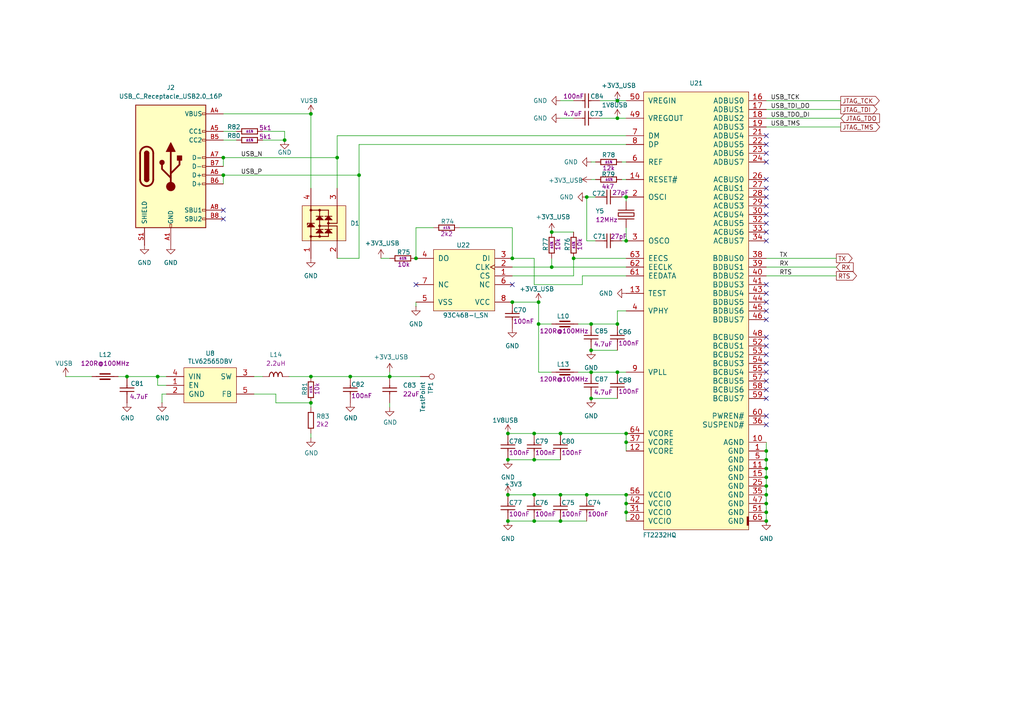
<source format=kicad_sch>
(kicad_sch (version 20250114) (generator "eeschema") (generator_version "9.0")
  (paper "A4")
  (title_block (date "2025-04-18") (rev "${rev}") (company "${name}") (comment 1 "${author}"))
  (junction (at 147.32 125.73))
  (junction (at 154.94 133.35))
  (junction (at 166.37 74.93))
  (junction (at 222.25 135.89))
  (junction (at 90.17 33.02))
  (junction (at 222.25 143.51))
  (junction (at 171.45 115.57))
  (junction (at 181.61 69.85))
  (junction (at 162.56 143.51))
  (junction (at 113.03 109.22))
  (junction (at 181.61 125.73))
  (junction (at 147.32 143.51))
  (junction (at 148.59 74.93))
  (junction (at 171.45 93.98))
  (junction (at 104.14 50.8))
  (junction (at 171.45 107.95))
  (junction (at 162.56 151.13))
  (junction (at 90.17 109.22))
  (junction (at 222.25 148.59))
  (junction (at 222.25 151.13))
  (junction (at 222.25 133.35))
  (junction (at 156.21 87.63))
  (junction (at 82.55 40.64))
  (junction (at 222.25 138.43))
  (junction (at 222.25 140.97))
  (junction (at 170.18 143.51))
  (junction (at 154.94 143.51))
  (junction (at 64.77 45.72))
  (junction (at 160.02 67.31))
  (junction (at 148.59 87.63))
  (junction (at 171.45 101.6))
  (junction (at 222.25 130.81))
  (junction (at 97.79 45.72))
  (junction (at 160.02 77.47))
  (junction (at 179.07 34.29))
  (junction (at 156.21 93.98))
  (junction (at 45.72 109.22))
  (junction (at 147.32 133.35))
  (junction (at 101.6 109.22))
  (junction (at 222.25 146.05))
  (junction (at 181.61 143.51))
  (junction (at 36.83 109.22))
  (junction (at 179.07 93.98))
  (junction (at 90.17 116.84))
  (junction (at 162.56 125.73))
  (junction (at 154.94 125.73))
  (junction (at 170.18 57.15))
  (junction (at 154.94 151.13))
  (junction (at 181.61 128.27))
  (junction (at 179.07 29.21))
  (junction (at 181.61 148.59))
  (junction (at 64.77 50.8))
  (junction (at 120.65 74.93))
  (junction (at 147.32 151.13))
  (junction (at 181.61 57.15))
  (junction (at 179.07 107.95))
  (junction (at 181.61 146.05))
  (no_connect (at 222.25 102.87))
  (no_connect (at 222.25 54.61))
  (no_connect (at 222.25 82.55))
  (no_connect (at 222.25 120.65))
  (no_connect (at 222.25 87.63))
  (no_connect (at 222.25 105.41))
  (no_connect (at 222.25 113.03))
  (no_connect (at 179.07 29.21))
  (no_connect (at 222.25 44.45))
  (no_connect (at 222.25 107.95))
  (no_connect (at 222.25 110.49))
  (no_connect (at 222.25 52.07))
  (no_connect (at 222.25 67.31))
  (no_connect (at 222.25 46.99))
  (no_connect (at 222.25 92.71))
  (no_connect (at 222.25 41.91))
  (no_connect (at 222.25 39.37))
  (no_connect (at 120.65 82.55))
  (no_connect (at 222.25 123.19))
  (no_connect (at 222.25 62.23))
  (no_connect (at 64.77 63.5))
  (no_connect (at 222.25 100.33))
  (no_connect (at 64.77 60.96))
  (no_connect (at 222.25 115.57))
  (no_connect (at 222.25 85.09))
  (no_connect (at 222.25 69.85))
  (no_connect (at 222.25 90.17))
  (no_connect (at 222.25 64.77))
  (no_connect (at 148.59 82.55))
  (no_connect (at 222.25 59.69))
  (no_connect (at 222.25 57.15))
  (no_connect (at 222.25 97.79))
  (wire (pts (xy 148.59 77.47) (xy 160.02 77.47)))
  (wire (pts (xy 167.64 107.95) (xy 171.45 107.95)))
  (wire (pts (xy 181.61 80.01) (xy 168.91 80.01)))
  (wire (pts (xy 181.61 143.51) (xy 181.61 146.05)))
  (wire (pts (xy 181.61 125.73) (xy 181.61 128.27)))
  (wire (pts (xy 80.01 114.3) (xy 73.66 114.3)))
  (wire (pts (xy 179.07 107.95) (xy 181.61 107.95)))
  (wire (pts (xy 180.34 69.85) (xy 181.61 69.85)))
  (wire (pts (xy 181.61 66.04) (xy 181.61 69.85)))
  (wire (pts (xy 222.25 148.59) (xy 222.25 151.13)))
  (wire (pts (xy 90.17 109.22) (xy 101.6 109.22)))
  (wire (pts (xy 180.34 52.07) (xy 181.61 52.07)))
  (wire (pts (xy 162.56 143.51) (xy 170.18 143.51)))
  (wire (pts (xy 222.25 138.43) (xy 222.25 140.97)))
  (wire (pts (xy 76.2 38.1) (xy 82.55 38.1)))
  (wire (pts (xy 173.99 34.29) (xy 179.07 34.29)))
  (wire (pts (xy 173.99 29.21) (xy 179.07 29.21)))
  (wire (pts (xy 154.94 133.35) (xy 162.56 133.35)))
  (wire (pts (xy 34.29 109.22) (xy 36.83 109.22)))
  (wire (pts (xy 172.72 69.85) (xy 170.18 69.85)))
  (wire (pts (xy 160.02 67.31) (xy 166.37 67.31)))
  (wire (pts (xy 64.77 50.8) (xy 64.77 53.34)))
  (wire (pts (xy 222.25 140.97) (xy 222.25 143.51)))
  (wire (pts (xy 97.79 45.72) (xy 97.79 54.61)))
  (wire (pts (xy 125.73 66.04) (xy 120.65 66.04)))
  (wire (pts (xy 168.91 82.55) (xy 154.94 82.55)))
  (wire (pts (xy 82.55 38.1) (xy 82.55 40.64)))
  (wire (pts (xy 73.66 109.22) (xy 76.2 109.22)))
  (wire (pts (xy 171.45 101.6) (xy 179.07 101.6)))
  (wire (pts (xy 120.65 66.04) (xy 120.65 74.93)))
  (wire (pts (xy 222.25 34.29) (xy 243.84 34.29)))
  (wire (pts (xy 97.79 45.72) (xy 64.77 45.72)))
  (wire (pts (xy 104.14 41.91) (xy 104.14 50.8)))
  (wire (pts (xy 45.72 111.76) (xy 45.72 109.22)))
  (wire (pts (xy 147.32 151.13) (xy 154.94 151.13)))
  (wire (pts (xy 147.32 133.35) (xy 154.94 133.35)))
  (wire (pts (xy 154.94 151.13) (xy 162.56 151.13)))
  (wire (pts (xy 166.37 74.93) (xy 166.37 80.01)))
  (wire (pts (xy 171.45 52.07) (xy 172.72 52.07)))
  (wire (pts (xy 181.61 146.05) (xy 181.61 148.59)))
  (wire (pts (xy 160.02 77.47) (xy 181.61 77.47)))
  (wire (pts (xy 90.17 33.02) (xy 64.77 33.02)))
  (wire (pts (xy 179.07 90.17) (xy 179.07 93.98)))
  (wire (pts (xy 148.59 87.63) (xy 156.21 87.63)))
  (wire (pts (xy 97.79 74.93) (xy 104.14 74.93)))
  (wire (pts (xy 170.18 57.15) (xy 172.72 57.15)))
  (wire (pts (xy 222.25 135.89) (xy 222.25 138.43)))
  (wire (pts (xy 170.18 69.85) (xy 170.18 57.15)))
  (wire (pts (xy 166.37 80.01) (xy 148.59 80.01)))
  (wire (pts (xy 162.56 29.21) (xy 166.37 29.21)))
  (wire (pts (xy 181.61 74.93) (xy 166.37 74.93)))
  (wire (pts (xy 110.49 74.93) (xy 113.03 74.93)))
  (wire (pts (xy 222.25 31.75) (xy 243.84 31.75)))
  (wire (pts (xy 133.35 66.04) (xy 148.59 66.04)))
  (wire (pts (xy 19.05 109.22) (xy 26.67 109.22)))
  (wire (pts (xy 156.21 107.95) (xy 156.21 93.98)))
  (wire (pts (xy 36.83 109.22) (xy 45.72 109.22)))
  (wire (pts (xy 179.07 29.21) (xy 181.61 29.21)))
  (wire (pts (xy 147.32 143.51) (xy 154.94 143.51)))
  (wire (pts (xy 45.72 109.22) (xy 48.26 109.22)))
  (wire (pts (xy 222.25 146.05) (xy 222.25 148.59)))
  (wire (pts (xy 222.25 29.21) (xy 243.84 29.21)))
  (wire (pts (xy 181.61 41.91) (xy 104.14 41.91)))
  (wire (pts (xy 104.14 74.93) (xy 104.14 50.8)))
  (wire (pts (xy 171.45 93.98) (xy 179.07 93.98)))
  (wire (pts (xy 160.02 93.98) (xy 156.21 93.98)))
  (wire (pts (xy 148.59 66.04) (xy 148.59 74.93)))
  (wire (pts (xy 180.34 57.15) (xy 181.61 57.15)))
  (wire (pts (xy 162.56 125.73) (xy 181.61 125.73)))
  (wire (pts (xy 170.18 143.51) (xy 181.61 143.51)))
  (wire (pts (xy 113.03 116.84) (xy 113.03 118.11)))
  (wire (pts (xy 222.25 36.83) (xy 243.84 36.83)))
  (wire (pts (xy 113.03 107.95) (xy 113.03 109.22)))
  (wire (pts (xy 46.99 114.3) (xy 46.99 116.84)))
  (wire (pts (xy 80.01 116.84) (xy 80.01 114.3)))
  (wire (pts (xy 181.61 148.59) (xy 181.61 151.13)))
  (wire (pts (xy 171.45 115.57) (xy 179.07 115.57)))
  (wire (pts (xy 97.79 39.37) (xy 97.79 45.72)))
  (wire (pts (xy 162.56 34.29) (xy 166.37 34.29)))
  (wire (pts (xy 113.03 109.22) (xy 121.92 109.22)))
  (wire (pts (xy 181.61 39.37) (xy 97.79 39.37)))
  (wire (pts (xy 222.25 80.01) (xy 242.57 80.01)))
  (wire (pts (xy 156.21 87.63) (xy 156.21 93.98)))
  (wire (pts (xy 180.34 46.99) (xy 181.61 46.99)))
  (wire (pts (xy 48.26 114.3) (xy 46.99 114.3)))
  (wire (pts (xy 154.94 143.51) (xy 162.56 143.51)))
  (wire (pts (xy 83.82 109.22) (xy 90.17 109.22)))
  (wire (pts (xy 168.91 80.01) (xy 168.91 82.55)))
  (wire (pts (xy 120.65 87.63) (xy 120.65 88.9)))
  (wire (pts (xy 90.17 54.61) (xy 90.17 33.02)))
  (wire (pts (xy 162.56 151.13) (xy 170.18 151.13)))
  (wire (pts (xy 181.61 90.17) (xy 179.07 90.17)))
  (wire (pts (xy 222.25 77.47) (xy 242.57 77.47)))
  (wire (pts (xy 101.6 109.22) (xy 113.03 109.22)))
  (wire (pts (xy 222.25 128.27) (xy 222.25 130.81)))
  (wire (pts (xy 154.94 125.73) (xy 162.56 125.73)))
  (wire (pts (xy 181.61 128.27) (xy 181.61 130.81)))
  (wire (pts (xy 167.64 93.98) (xy 171.45 93.98)))
  (wire (pts (xy 179.07 34.29) (xy 181.61 34.29)))
  (wire (pts (xy 160.02 74.93) (xy 160.02 77.47)))
  (wire (pts (xy 64.77 40.64) (xy 68.58 40.64)))
  (wire (pts (xy 90.17 116.84) (xy 90.17 118.11)))
  (wire (pts (xy 171.45 107.95) (xy 179.07 107.95)))
  (wire (pts (xy 90.17 125.73) (xy 90.17 127)))
  (wire (pts (xy 90.17 116.84) (xy 80.01 116.84)))
  (wire (pts (xy 171.45 46.99) (xy 172.72 46.99)))
  (wire (pts (xy 222.25 74.93) (xy 242.57 74.93)))
  (wire (pts (xy 64.77 38.1) (xy 68.58 38.1)))
  (wire (pts (xy 222.25 143.51) (xy 222.25 146.05)))
  (wire (pts (xy 154.94 74.93) (xy 148.59 74.93)))
  (wire (pts (xy 181.61 57.15) (xy 181.61 58.42)))
  (wire (pts (xy 76.2 40.64) (xy 82.55 40.64)))
  (wire (pts (xy 154.94 82.55) (xy 154.94 74.93)))
  (wire (pts (xy 64.77 45.72) (xy 64.77 48.26)))
  (wire (pts (xy 104.14 50.8) (xy 64.77 50.8)))
  (wire (pts (xy 222.25 130.81) (xy 222.25 133.35)))
  (wire (pts (xy 160.02 107.95) (xy 156.21 107.95)))
  (wire (pts (xy 222.25 133.35) (xy 222.25 135.89)))
  (wire (pts (xy 147.32 125.73) (xy 154.94 125.73)))
  (wire (pts (xy 48.26 111.76) (xy 45.72 111.76)))
  (label "RX" (at 226.06 77.47 0))
  (label "USB_TMS" (at 223.52 36.83 0))
  (label "USB_N" (at 69.85 45.72 0))
  (label "TX" (at 226.06 74.93 0))
  (label "USB_TCK" (at 223.52 29.21 0))
  (label "RTS" (at 226.06 80.01 0))
  (label "USB_TDI_DO" (at 223.52 31.75 0))
  (label "USB_P" (at 69.85 50.8 0))
  (label "USB_TDO_DI" (at 223.52 34.29 0))
  (global_label "JTAG_TDO" (shape input) (at 243.84 34.29 0) (property "Intersheetrefs" "${INTERSHEET_REFS}" (effects (hide yes))))
  (global_label "RTS" (shape output) (at 242.57 80.01 0) (property "Intersheetrefs" "${INTERSHEET_REFS}" (effects (hide yes))))
  (global_label "JTAG_TMS" (shape output) (at 243.84 36.83 0) (property "Intersheetrefs" "${INTERSHEET_REFS}" (effects (hide yes))))
  (global_label "RX" (shape input) (at 242.57 77.47 0) (property "Intersheetrefs" "${INTERSHEET_REFS}" (effects (hide yes))))
  (global_label "JTAG_TDI" (shape output) (at 243.84 31.75 0) (property "Intersheetrefs" "${INTERSHEET_REFS}" (effects (hide yes))))
  (global_label "TX" (shape output) (at 242.57 74.93 0) (property "Intersheetrefs" "${INTERSHEET_REFS}" (effects (hide yes))))
  (global_label "JTAG_TCK" (shape output) (at 243.84 29.21 0) (property "Intersheetrefs" "${INTERSHEET_REFS}" (effects (hide yes))))
  (symbol (lib_id "Capacitors SMD:CC0402_100NF_50V_10%_X7R") (at 148.59 95.25 90) (unit 1)
    (property "Reference" "C70" (at 148.844 89.916 90) (effects (justify right)))
    (property "Value" "CC0402_100NF_50V_10%_X7R" (effects (hide yes)))
    (property "Footprint" "Capacitors SMD:CAPC1005X55N" (effects (hide yes)))
    (property "Datasheet" "\\\\cern.ch\\dfs\\Applications\\Altium\\Datasheets\\CC0402_MURATA_GRM155R71H104KE14D.pdf" (effects (hide yes)))
    (property "Description" "SMD Multilayer Chip Ceramic Capacitor" (effects (hide yes)))
    (property "Val" "100nF" (at 148.844 93.218 90) (effects (justify right)))
    (property "Part Number" "CC0402_100NF_50V_10%_X7R" (effects (hide yes)))
    (property "Library Ref" "Capacitor - non polarized" (effects (hide yes)))
    (property "Library Path" "SchLib\\Capacitors.SchLib" (effects (hide yes)))
    (property "Comment" "100nF" (effects (hide yes)))
    (property "Component Kind" "Standard" (effects (hide yes)))
    (property "Component Type" "Standard" (effects (hide yes)))
    (property "Pin Count" "2" (effects (hide yes)))
    (property "Footprint Path" "PcbLib\\Capacitors SMD.PcbLib" (effects (hide yes)))
    (property "Footprint Ref" "CAPC1005X55N" (effects (hide yes)))
    (property "PackageDescription" " " (effects (hide yes)))
    (property "Status" "None" (effects (hide yes)))
    (property "Status Comment" " " (effects (hide yes)))
    (property "Voltage" "50V" (effects (hide yes)))
    (property "TC" "X7R" (effects (hide yes)))
    (property "Tolerance" "±10%" (effects (hide yes)))
    (property "Part Description" "SMD Multilayer Chip Ceramic Capacitor" (effects (hide yes)))
    (property "Manufacturer" "GENERIC" (effects (hide yes)))
    (property "Manufacturer Part Number" "CC0402_100NF_50V_10%_X7R" (effects (hide yes)))
    (property "Case" "0402" (effects (hide yes)))
    (property "Mounted" "Yes" (effects (hide yes)))
    (property "Socket" "No" (effects (hide yes)))
    (property "SMD" "Yes" (effects (hide yes)))
    (property "PressFit" " " (effects (hide yes)))
    (property "Sense" "No" (effects (hide yes)))
    (property "Sense Comment" " " (effects (hide yes)))
    (property "ComponentHeight" " " (effects (hide yes)))
    (property "Manufacturer1 Example" "MURATA" (effects (hide yes)))
    (property "Manufacturer1 Part Number" "GRM155R71H104KE14D" (effects (hide yes)))
    (property "Manufacturer1 ComponentHeight" "0.55mm" (effects (hide yes)))
    (property "HelpURL" "\\\\cern.ch\\dfs\\Applications\\Altium\\Datasheets\\CC0402_MURATA_GRM155R71H104KE14D.pdf" (effects (hide yes)))
    (property "Author" "CERN DEM MR" (effects (hide yes)))
    (property "CreateDate" "06/30/17 00:00:00" (effects (hide yes)))
    (property "LatestRevisionDate" "06/30/17 00:00:00" (effects (hide yes)))
    (property "Database Table Name" "Capacitors" (effects (hide yes)))
    (property "Library Name" "Capacitors SMD" (effects (hide yes)))
    (property "Footprint Library" "Capacitors SMD" (effects (hide yes)))
    (property "License" "CC-BY-SA 4.0" (effects (hide yes)))
  )
  (symbol (lib_id "power:GND") (at 120.65 88.9 0) (unit 1)
    (property "Reference" "#PWR082" (effects (hide yes)))
    (property "Value" "GND" (at 120.65 93.98 0))
    (property "Description" "Power symbol creates a global label with name \"GND\" , ground" (effects (hide yes)))
  )
  (symbol (lib_id "Connector_Generic:TestPoint") (at 121.92 109.22 270) (unit 1)
    (property "Reference" "TP1" (at 124.9172 110.6932 0) (effects (justify left)))
    (property "Value" "TestPoint" (at 122.6058 110.6932 0) (effects (justify left)))
    (property "Footprint" "TestPoint:TestPoint_THTPad_D1.5mm_Drill0.7mm" (effects (hide yes)))
  )
  (symbol (lib_id "power:GND") (at 171.45 46.99 270) (unit 1)
    (property "Reference" "#PWR086" (effects (hide yes)))
    (property "Value" "GND" (at 167.64 46.9899 90) (effects (justify right)))
    (property "Description" "Power symbol creates a global label with name \"GND\" , ground" (effects (hide yes)))
  )
  (symbol (lib_id "power:+1V0") (at 147.32 143.51 0) (unit 1)
    (property "Reference" "#PWR096" (effects (hide yes)))
    (property "Value" "+3V3" (at 148.844 140.462 0))
    (property "Description" "Power symbol creates a global label with name \"+1V0\"" (effects (hide yes)))
  )
  (symbol (lib_id "Capacitors SMD:CC0402_100NF_50V_10%_X7R") (at 179.07 115.57 90) (unit 1)
    (property "Reference" "C88" (at 179.324 110.236 90) (effects (justify right)))
    (property "Value" "CC0402_100NF_50V_10%_X7R" (effects (hide yes)))
    (property "Footprint" "Capacitors SMD:CAPC1005X55N" (effects (hide yes)))
    (property "Datasheet" "\\\\cern.ch\\dfs\\Applications\\Altium\\Datasheets\\CC0402_MURATA_GRM155R71H104KE14D.pdf" (effects (hide yes)))
    (property "Description" "SMD Multilayer Chip Ceramic Capacitor" (effects (hide yes)))
    (property "Val" "100nF" (at 179.324 113.538 90) (effects (justify right)))
    (property "Part Number" "CC0402_100NF_50V_10%_X7R" (effects (hide yes)))
    (property "Library Ref" "Capacitor - non polarized" (effects (hide yes)))
    (property "Library Path" "SchLib\\Capacitors.SchLib" (effects (hide yes)))
    (property "Comment" "100nF" (effects (hide yes)))
    (property "Component Kind" "Standard" (effects (hide yes)))
    (property "Component Type" "Standard" (effects (hide yes)))
    (property "Pin Count" "2" (effects (hide yes)))
    (property "Footprint Path" "PcbLib\\Capacitors SMD.PcbLib" (effects (hide yes)))
    (property "Footprint Ref" "CAPC1005X55N" (effects (hide yes)))
    (property "PackageDescription" " " (effects (hide yes)))
    (property "Status" "None" (effects (hide yes)))
    (property "Status Comment" " " (effects (hide yes)))
    (property "Voltage" "50V" (effects (hide yes)))
    (property "TC" "X7R" (effects (hide yes)))
    (property "Tolerance" "±10%" (effects (hide yes)))
    (property "Part Description" "SMD Multilayer Chip Ceramic Capacitor" (effects (hide yes)))
    (property "Manufacturer" "GENERIC" (effects (hide yes)))
    (property "Manufacturer Part Number" "CC0402_100NF_50V_10%_X7R" (effects (hide yes)))
    (property "Case" "0402" (effects (hide yes)))
    (property "Mounted" "Yes" (effects (hide yes)))
    (property "Socket" "No" (effects (hide yes)))
    (property "SMD" "Yes" (effects (hide yes)))
    (property "PressFit" " " (effects (hide yes)))
    (property "Sense" "No" (effects (hide yes)))
    (property "Sense Comment" " " (effects (hide yes)))
    (property "ComponentHeight" " " (effects (hide yes)))
    (property "Manufacturer1 Example" "MURATA" (effects (hide yes)))
    (property "Manufacturer1 Part Number" "GRM155R71H104KE14D" (effects (hide yes)))
    (property "Manufacturer1 ComponentHeight" "0.55mm" (effects (hide yes)))
    (property "HelpURL" "\\\\cern.ch\\dfs\\Applications\\Altium\\Datasheets\\CC0402_MURATA_GRM155R71H104KE14D.pdf" (effects (hide yes)))
    (property "Author" "CERN DEM MR" (effects (hide yes)))
    (property "CreateDate" "06/30/17 00:00:00" (effects (hide yes)))
    (property "LatestRevisionDate" "06/30/17 00:00:00" (effects (hide yes)))
    (property "Database Table Name" "Capacitors" (effects (hide yes)))
    (property "Library Name" "Capacitors SMD" (effects (hide yes)))
    (property "Footprint Library" "Capacitors SMD" (effects (hide yes)))
    (property "License" "CC-BY-SA 4.0" (effects (hide yes)))
  )
  (symbol (lib_id "power:GND") (at 181.61 85.09 270) (unit 1)
    (property "Reference" "#PWR088" (effects (hide yes)))
    (property "Value" "GND" (at 177.8 85.0899 90) (effects (justify right)))
    (property "Description" "Power symbol creates a global label with name \"GND\" , ground" (effects (hide yes)))
  )
  (symbol (lib_id "Capacitors SMD:CC0402_100NF_50V_10%_X7R") (at 154.94 151.13 90) (unit 1)
    (property "Reference" "C76" (at 155.194 145.796 90) (effects (justify right)))
    (property "Value" "CC0402_100NF_50V_10%_X7R" (effects (hide yes)))
    (property "Footprint" "Capacitors SMD:CAPC1005X55N" (effects (hide yes)))
    (property "Datasheet" "\\\\cern.ch\\dfs\\Applications\\Altium\\Datasheets\\CC0402_MURATA_GRM155R71H104KE14D.pdf" (effects (hide yes)))
    (property "Description" "SMD Multilayer Chip Ceramic Capacitor" (effects (hide yes)))
    (property "Val" "100nF" (at 155.194 149.098 90) (effects (justify right)))
    (property "Part Number" "CC0402_100NF_50V_10%_X7R" (effects (hide yes)))
    (property "Library Ref" "Capacitor - non polarized" (effects (hide yes)))
    (property "Library Path" "SchLib\\Capacitors.SchLib" (effects (hide yes)))
    (property "Comment" "100nF" (effects (hide yes)))
    (property "Component Kind" "Standard" (effects (hide yes)))
    (property "Component Type" "Standard" (effects (hide yes)))
    (property "Pin Count" "2" (effects (hide yes)))
    (property "Footprint Path" "PcbLib\\Capacitors SMD.PcbLib" (effects (hide yes)))
    (property "Footprint Ref" "CAPC1005X55N" (effects (hide yes)))
    (property "PackageDescription" " " (effects (hide yes)))
    (property "Status" "None" (effects (hide yes)))
    (property "Status Comment" " " (effects (hide yes)))
    (property "Voltage" "50V" (effects (hide yes)))
    (property "TC" "X7R" (effects (hide yes)))
    (property "Tolerance" "±10%" (effects (hide yes)))
    (property "Part Description" "SMD Multilayer Chip Ceramic Capacitor" (effects (hide yes)))
    (property "Manufacturer" "GENERIC" (effects (hide yes)))
    (property "Manufacturer Part Number" "CC0402_100NF_50V_10%_X7R" (effects (hide yes)))
    (property "Case" "0402" (effects (hide yes)))
    (property "Mounted" "Yes" (effects (hide yes)))
    (property "Socket" "No" (effects (hide yes)))
    (property "SMD" "Yes" (effects (hide yes)))
    (property "PressFit" " " (effects (hide yes)))
    (property "Sense" "No" (effects (hide yes)))
    (property "Sense Comment" " " (effects (hide yes)))
    (property "ComponentHeight" " " (effects (hide yes)))
    (property "Manufacturer1 Example" "MURATA" (effects (hide yes)))
    (property "Manufacturer1 Part Number" "GRM155R71H104KE14D" (effects (hide yes)))
    (property "Manufacturer1 ComponentHeight" "0.55mm" (effects (hide yes)))
    (property "HelpURL" "\\\\cern.ch\\dfs\\Applications\\Altium\\Datasheets\\CC0402_MURATA_GRM155R71H104KE14D.pdf" (effects (hide yes)))
    (property "Author" "CERN DEM MR" (effects (hide yes)))
    (property "CreateDate" "06/30/17 00:00:00" (effects (hide yes)))
    (property "LatestRevisionDate" "06/30/17 00:00:00" (effects (hide yes)))
    (property "Database Table Name" "Capacitors" (effects (hide yes)))
    (property "Library Name" "Capacitors SMD" (effects (hide yes)))
    (property "Footprint Library" "Capacitors SMD" (effects (hide yes)))
    (property "License" "CC-BY-SA 4.0" (effects (hide yes)))
  )
  (symbol (lib_id "Capacitors SMD:CC0402_100NF_50V_10%_X7R") (at 147.32 133.35 90) (unit 1)
    (property "Reference" "C78" (at 147.574 128.016 90) (effects (justify right)))
    (property "Value" "CC0402_100NF_50V_10%_X7R" (effects (hide yes)))
    (property "Footprint" "Capacitors SMD:CAPC1005X55N" (effects (hide yes)))
    (property "Datasheet" "\\\\cern.ch\\dfs\\Applications\\Altium\\Datasheets\\CC0402_MURATA_GRM155R71H104KE14D.pdf" (effects (hide yes)))
    (property "Description" "SMD Multilayer Chip Ceramic Capacitor" (effects (hide yes)))
    (property "Val" "100nF" (at 147.574 131.318 90) (effects (justify right)))
    (property "Part Number" "CC0402_100NF_50V_10%_X7R" (effects (hide yes)))
    (property "Library Ref" "Capacitor - non polarized" (effects (hide yes)))
    (property "Library Path" "SchLib\\Capacitors.SchLib" (effects (hide yes)))
    (property "Comment" "100nF" (effects (hide yes)))
    (property "Component Kind" "Standard" (effects (hide yes)))
    (property "Component Type" "Standard" (effects (hide yes)))
    (property "Pin Count" "2" (effects (hide yes)))
    (property "Footprint Path" "PcbLib\\Capacitors SMD.PcbLib" (effects (hide yes)))
    (property "Footprint Ref" "CAPC1005X55N" (effects (hide yes)))
    (property "PackageDescription" " " (effects (hide yes)))
    (property "Status" "None" (effects (hide yes)))
    (property "Status Comment" " " (effects (hide yes)))
    (property "Voltage" "50V" (effects (hide yes)))
    (property "TC" "X7R" (effects (hide yes)))
    (property "Tolerance" "±10%" (effects (hide yes)))
    (property "Part Description" "SMD Multilayer Chip Ceramic Capacitor" (effects (hide yes)))
    (property "Manufacturer" "GENERIC" (effects (hide yes)))
    (property "Manufacturer Part Number" "CC0402_100NF_50V_10%_X7R" (effects (hide yes)))
    (property "Case" "0402" (effects (hide yes)))
    (property "Mounted" "Yes" (effects (hide yes)))
    (property "Socket" "No" (effects (hide yes)))
    (property "SMD" "Yes" (effects (hide yes)))
    (property "PressFit" " " (effects (hide yes)))
    (property "Sense" "No" (effects (hide yes)))
    (property "Sense Comment" " " (effects (hide yes)))
    (property "ComponentHeight" " " (effects (hide yes)))
    (property "Manufacturer1 Example" "MURATA" (effects (hide yes)))
    (property "Manufacturer1 Part Number" "GRM155R71H104KE14D" (effects (hide yes)))
    (property "Manufacturer1 ComponentHeight" "0.55mm" (effects (hide yes)))
    (property "HelpURL" "\\\\cern.ch\\dfs\\Applications\\Altium\\Datasheets\\CC0402_MURATA_GRM155R71H104KE14D.pdf" (effects (hide yes)))
    (property "Author" "CERN DEM MR" (effects (hide yes)))
    (property "CreateDate" "06/30/17 00:00:00" (effects (hide yes)))
    (property "LatestRevisionDate" "06/30/17 00:00:00" (effects (hide yes)))
    (property "Database Table Name" "Capacitors" (effects (hide yes)))
    (property "Library Name" "Capacitors SMD" (effects (hide yes)))
    (property "Footprint Library" "Capacitors SMD" (effects (hide yes)))
    (property "License" "CC-BY-SA 4.0" (effects (hide yes)))
  )
  (symbol (lib_id "Capacitors SMD:CC0402_100NF_50V_10%_X7R") (at 147.32 151.13 90) (unit 1)
    (property "Reference" "C77" (at 147.574 145.796 90) (effects (justify right)))
    (property "Value" "CC0402_100NF_50V_10%_X7R" (effects (hide yes)))
    (property "Footprint" "Capacitors SMD:CAPC1005X55N" (effects (hide yes)))
    (property "Datasheet" "\\\\cern.ch\\dfs\\Applications\\Altium\\Datasheets\\CC0402_MURATA_GRM155R71H104KE14D.pdf" (effects (hide yes)))
    (property "Description" "SMD Multilayer Chip Ceramic Capacitor" (effects (hide yes)))
    (property "Val" "100nF" (at 147.574 149.098 90) (effects (justify right)))
    (property "Part Number" "CC0402_100NF_50V_10%_X7R" (effects (hide yes)))
    (property "Library Ref" "Capacitor - non polarized" (effects (hide yes)))
    (property "Library Path" "SchLib\\Capacitors.SchLib" (effects (hide yes)))
    (property "Comment" "100nF" (effects (hide yes)))
    (property "Component Kind" "Standard" (effects (hide yes)))
    (property "Component Type" "Standard" (effects (hide yes)))
    (property "Pin Count" "2" (effects (hide yes)))
    (property "Footprint Path" "PcbLib\\Capacitors SMD.PcbLib" (effects (hide yes)))
    (property "Footprint Ref" "CAPC1005X55N" (effects (hide yes)))
    (property "PackageDescription" " " (effects (hide yes)))
    (property "Status" "None" (effects (hide yes)))
    (property "Status Comment" " " (effects (hide yes)))
    (property "Voltage" "50V" (effects (hide yes)))
    (property "TC" "X7R" (effects (hide yes)))
    (property "Tolerance" "±10%" (effects (hide yes)))
    (property "Part Description" "SMD Multilayer Chip Ceramic Capacitor" (effects (hide yes)))
    (property "Manufacturer" "GENERIC" (effects (hide yes)))
    (property "Manufacturer Part Number" "CC0402_100NF_50V_10%_X7R" (effects (hide yes)))
    (property "Case" "0402" (effects (hide yes)))
    (property "Mounted" "Yes" (effects (hide yes)))
    (property "Socket" "No" (effects (hide yes)))
    (property "SMD" "Yes" (effects (hide yes)))
    (property "PressFit" " " (effects (hide yes)))
    (property "Sense" "No" (effects (hide yes)))
    (property "Sense Comment" " " (effects (hide yes)))
    (property "ComponentHeight" " " (effects (hide yes)))
    (property "Manufacturer1 Example" "MURATA" (effects (hide yes)))
    (property "Manufacturer1 Part Number" "GRM155R71H104KE14D" (effects (hide yes)))
    (property "Manufacturer1 ComponentHeight" "0.55mm" (effects (hide yes)))
    (property "HelpURL" "\\\\cern.ch\\dfs\\Applications\\Altium\\Datasheets\\CC0402_MURATA_GRM155R71H104KE14D.pdf" (effects (hide yes)))
    (property "Author" "CERN DEM MR" (effects (hide yes)))
    (property "CreateDate" "06/30/17 00:00:00" (effects (hide yes)))
    (property "LatestRevisionDate" "06/30/17 00:00:00" (effects (hide yes)))
    (property "Database Table Name" "Capacitors" (effects (hide yes)))
    (property "Library Name" "Capacitors SMD" (effects (hide yes)))
    (property "Footprint Library" "Capacitors SMD" (effects (hide yes)))
    (property "License" "CC-BY-SA 4.0" (effects (hide yes)))
  )
  (symbol (lib_id "Capacitors SMD:CC0402_27PF_50V_5%_C0G") (at 180.34 57.15 180) (unit 1)
    (property "Reference" "C72" (at 171.704 56.134 0) (effects (justify right)))
    (property "Value" "CC0402_27PF_50V_5%_C0G" (effects (hide yes)))
    (property "Footprint" "Capacitors SMD:CAPC1005X55N" (effects (hide yes)))
    (property "Datasheet" "\\\\cern.ch\\dfs\\Applications\\Altium\\Datasheets\\CC0402_C0G_KEMET_(Commercial Grade).pdf" (effects (hide yes)))
    (property "Description" "SMD Multilayer Chip Ceramic Capacitor" (effects (hide yes)))
    (property "Val" "27pF" (at 177.546 55.88 0) (effects (justify right)))
    (property "Part Number" "CC0402_27PF_50V_5%_C0G" (effects (hide yes)))
    (property "Library Ref" "Capacitor - non polarized" (effects (hide yes)))
    (property "Library Path" "SchLib\\Capacitors.SchLib" (effects (hide yes)))
    (property "Comment" "27pF" (effects (hide yes)))
    (property "Component Kind" "Standard" (effects (hide yes)))
    (property "Component Type" "Standard" (effects (hide yes)))
    (property "Pin Count" "2" (effects (hide yes)))
    (property "Footprint Path" "PcbLib\\Capacitors SMD.PcbLib" (effects (hide yes)))
    (property "Footprint Ref" "CAPC1005X55N" (effects (hide yes)))
    (property "PackageDescription" " " (effects (hide yes)))
    (property "Status" "Preferred" (effects (hide yes)))
    (property "Status Comment" " " (effects (hide yes)))
    (property "Voltage" "50V" (effects (hide yes)))
    (property "TC" "C0G/NP0" (effects (hide yes)))
    (property "Tolerance" "±5%" (effects (hide yes)))
    (property "Part Description" "SMD Multilayer Chip Ceramic Capacitor" (effects (hide yes)))
    (property "Manufacturer" "GENERIC" (effects (hide yes)))
    (property "Manufacturer Part Number" "CC0402_27PF_50V_5%_C0G" (effects (hide yes)))
    (property "Case" "0402" (effects (hide yes)))
    (property "Mounted" "Yes" (effects (hide yes)))
    (property "Socket" "No" (effects (hide yes)))
    (property "SMD" "Yes" (effects (hide yes)))
    (property "PressFit" " " (effects (hide yes)))
    (property "Sense" "No" (effects (hide yes)))
    (property "Sense Comment" " " (effects (hide yes)))
    (property "ComponentHeight" " " (effects (hide yes)))
    (property "Manufacturer1 Example" "KEMET" (effects (hide yes)))
    (property "Manufacturer1 Part Number" "C0402C270J5GACTU" (effects (hide yes)))
    (property "Manufacturer1 ComponentHeight" "0.55mm" (effects (hide yes)))
    (property "HelpURL" "\\\\cern.ch\\dfs\\Applications\\Altium\\Datasheets\\CC0402_C0G_KEMET_(Commercial Grade).pdf" (effects (hide yes)))
    (property "Author" "CERN DEM JLC" (effects (hide yes)))
    (property "CreateDate" "10/25/12 00:00:00" (effects (hide yes)))
    (property "LatestRevisionDate" "04/22/15 00:00:00" (effects (hide yes)))
    (property "Database Table Name" "Capacitors" (effects (hide yes)))
    (property "Library Name" "Capacitors SMD" (effects (hide yes)))
    (property "Footprint Library" "Capacitors SMD" (effects (hide yes)))
    (property "License" "CC-BY-SA 4.0" (effects (hide yes)))
  )
  (symbol (lib_id "power:GND") (at 41.91 71.12 0) (unit 1)
    (property "Reference" "#PWR090" (effects (hide yes)))
    (property "Value" "GND" (at 41.91 76.2 0))
    (property "Description" "Power symbol creates a global label with name \"GND\" , ground" (effects (hide yes)))
  )
  (symbol (lib_id "Capacitors SMD:CC0402_100NF_50V_10%_X7R") (at 101.6 116.84 90) (unit 1)
    (property "Reference" "C82" (at 101.854 111.506 90) (effects (justify right)))
    (property "Value" "CC0402_100NF_50V_10%_X7R" (effects (hide yes)))
    (property "Footprint" "Capacitors SMD:CAPC1005X55N" (effects (hide yes)))
    (property "Datasheet" "\\\\cern.ch\\dfs\\Applications\\Altium\\Datasheets\\CC0402_MURATA_GRM155R71H104KE14D.pdf" (effects (hide yes)))
    (property "Description" "SMD Multilayer Chip Ceramic Capacitor" (effects (hide yes)))
    (property "Val" "100nF" (at 101.854 114.808 90) (effects (justify right)))
    (property "Part Number" "CC0402_100NF_50V_10%_X7R" (effects (hide yes)))
    (property "Library Ref" "Capacitor - non polarized" (effects (hide yes)))
    (property "Library Path" "SchLib\\Capacitors.SchLib" (effects (hide yes)))
    (property "Comment" "100nF" (effects (hide yes)))
    (property "Component Kind" "Standard" (effects (hide yes)))
    (property "Component Type" "Standard" (effects (hide yes)))
    (property "Pin Count" "2" (effects (hide yes)))
    (property "Footprint Path" "PcbLib\\Capacitors SMD.PcbLib" (effects (hide yes)))
    (property "Footprint Ref" "CAPC1005X55N" (effects (hide yes)))
    (property "PackageDescription" " " (effects (hide yes)))
    (property "Status" "None" (effects (hide yes)))
    (property "Status Comment" " " (effects (hide yes)))
    (property "Voltage" "50V" (effects (hide yes)))
    (property "TC" "X7R" (effects (hide yes)))
    (property "Tolerance" "±10%" (effects (hide yes)))
    (property "Part Description" "SMD Multilayer Chip Ceramic Capacitor" (effects (hide yes)))
    (property "Manufacturer" "GENERIC" (effects (hide yes)))
    (property "Manufacturer Part Number" "CC0402_100NF_50V_10%_X7R" (effects (hide yes)))
    (property "Case" "0402" (effects (hide yes)))
    (property "Mounted" "Yes" (effects (hide yes)))
    (property "Socket" "No" (effects (hide yes)))
    (property "SMD" "Yes" (effects (hide yes)))
    (property "PressFit" " " (effects (hide yes)))
    (property "Sense" "No" (effects (hide yes)))
    (property "Sense Comment" " " (effects (hide yes)))
    (property "ComponentHeight" " " (effects (hide yes)))
    (property "Manufacturer1 Example" "MURATA" (effects (hide yes)))
    (property "Manufacturer1 Part Number" "GRM155R71H104KE14D" (effects (hide yes)))
    (property "Manufacturer1 ComponentHeight" "0.55mm" (effects (hide yes)))
    (property "HelpURL" "\\\\cern.ch\\dfs\\Applications\\Altium\\Datasheets\\CC0402_MURATA_GRM155R71H104KE14D.pdf" (effects (hide yes)))
    (property "Author" "CERN DEM MR" (effects (hide yes)))
    (property "CreateDate" "06/30/17 00:00:00" (effects (hide yes)))
    (property "LatestRevisionDate" "06/30/17 00:00:00" (effects (hide yes)))
    (property "Database Table Name" "Capacitors" (effects (hide yes)))
    (property "Library Name" "Capacitors SMD" (effects (hide yes)))
    (property "Footprint Library" "Capacitors SMD" (effects (hide yes)))
    (property "License" "CC-BY-SA 4.0" (effects (hide yes)))
  )
  (symbol (lib_id "power:GND") (at 170.18 57.15 270) (unit 1)
    (property "Reference" "#PWR085" (effects (hide yes)))
    (property "Value" "GND" (at 166.37 57.1499 90) (effects (justify right)))
    (property "Description" "Power symbol creates a global label with name \"GND\" , ground" (effects (hide yes)))
  )
  (symbol (lib_id "Resistors SMD:R0402_10K_1%_0.0625W_100PPM") (at 113.03 74.93 0) (unit 1)
    (property "Reference" "R75" (at 117.094 73.152 0))
    (property "Value" "R0402_10K_1%_0.0625W_100PPM" (effects (hide yes)))
    (property "Footprint" "Resistors SMD:RESC1005X40N" (effects (hide yes)))
    (property "Datasheet" "\\\\cern.ch\\dfs\\Applications\\Altium\\Datasheets\\R0402_Phycomp_RC0402.pdf" (effects (hide yes)))
    (property "Description" "General Purpose Thick Film Chip Resistor" (effects (hide yes)))
    (property "Tolerance" "±1%" (at 116.84 74.93 0) (effects (font (size 0.635 0.635))))
    (property "Val" "10k" (at 117.094 76.708 0))
    (property "Part Number" "R0402_10K_1%_0.0625W_100PPM" (effects (hide yes)))
    (property "Library Ref" "Resistor - 1%" (effects (hide yes)))
    (property "Library Path" "SchLib\\Resistors.SchLib" (effects (hide yes)))
    (property "Comment" "10k" (effects (hide yes)))
    (property "Component Kind" "Standard" (effects (hide yes)))
    (property "Component Type" "Standard" (effects (hide yes)))
    (property "PackageDescription" " " (effects (hide yes)))
    (property "Pin Count" "2" (effects (hide yes)))
    (property "Footprint Path" "PcbLib\\Resistors SMD.PcbLib" (effects (hide yes)))
    (property "Footprint Ref" "RESC1005X40N" (effects (hide yes)))
    (property "Status" "Not Recommended" (effects (hide yes)))
    (property "Power" "0.0625W" (effects (hide yes)))
    (property "TC" "±100ppm/°C" (effects (hide yes)))
    (property "Voltage" " " (effects (hide yes)))
    (property "Part Description" "General Purpose Thick Film Chip Resistor" (effects (hide yes)))
    (property "Manufacturer" "GENERIC" (effects (hide yes)))
    (property "Manufacturer Part Number" "R0402_10K_1%_0.0625W_100PPM" (effects (hide yes)))
    (property "Case" "0402" (effects (hide yes)))
    (property "PressFit" "No" (effects (hide yes)))
    (property "Mounted" "Yes" (effects (hide yes)))
    (property "Sense Comment" " " (effects (hide yes)))
    (property "Sense" "No" (effects (hide yes)))
    (property "Status Comment" " " (effects (hide yes)))
    (property "Socket" "No" (effects (hide yes)))
    (property "SMD" "Yes" (effects (hide yes)))
    (property "ComponentHeight" " " (effects (hide yes)))
    (property "Manufacturer1 Example" "YAGEO PHYCOMP" (effects (hide yes)))
    (property "Manufacturer1 Part Number" "232270671003L" (effects (hide yes)))
    (property "Manufacturer1 ComponentHeight" "0.4mm" (effects (hide yes)))
    (property "HelpURL" "\\\\cern.ch\\dfs\\Applications\\Altium\\Datasheets\\R0402_Phycomp_RC0402.pdf" (effects (hide yes)))
    (property "Author" "CERN DEM JLC" (effects (hide yes)))
    (property "CreateDate" "12/03/07 00:00:00" (effects (hide yes)))
    (property "LatestRevisionDate" "10/17/12 00:00:00" (effects (hide yes)))
    (property "Database Table Name" "Resistors" (effects (hide yes)))
    (property "Library Name" "Resistors SMD" (effects (hide yes)))
    (property "Footprint Library" "Resistors SMD" (effects (hide yes)))
    (property "License" "CC-BY-SA 4.0" (effects (hide yes)))
  )
  (symbol (lib_id "power:GND") (at 147.32 151.13 0) (unit 1)
    (property "Reference" "#PWR094" (effects (hide yes)))
    (property "Value" "GND" (at 147.32 156.21 0))
    (property "Description" "Power symbol creates a global label with name \"GND\" , ground" (effects (hide yes)))
  )
  (symbol (lib_id "Capacitors SMD:CC0402_27PF_50V_5%_C0G") (at 180.34 69.85 180) (unit 1)
    (property "Reference" "C71" (at 171.958 68.58 0) (effects (justify right)))
    (property "Value" "CC0402_27PF_50V_5%_C0G" (effects (hide yes)))
    (property "Footprint" "Capacitors SMD:CAPC1005X55N" (effects (hide yes)))
    (property "Datasheet" "\\\\cern.ch\\dfs\\Applications\\Altium\\Datasheets\\CC0402_C0G_KEMET_(Commercial Grade).pdf" (effects (hide yes)))
    (property "Description" "SMD Multilayer Chip Ceramic Capacitor" (effects (hide yes)))
    (property "Val" "27pF" (at 177.038 68.58 0) (effects (justify right)))
    (property "Part Number" "CC0402_27PF_50V_5%_C0G" (effects (hide yes)))
    (property "Library Ref" "Capacitor - non polarized" (effects (hide yes)))
    (property "Library Path" "SchLib\\Capacitors.SchLib" (effects (hide yes)))
    (property "Comment" "27pF" (effects (hide yes)))
    (property "Component Kind" "Standard" (effects (hide yes)))
    (property "Component Type" "Standard" (effects (hide yes)))
    (property "Pin Count" "2" (effects (hide yes)))
    (property "Footprint Path" "PcbLib\\Capacitors SMD.PcbLib" (effects (hide yes)))
    (property "Footprint Ref" "CAPC1005X55N" (effects (hide yes)))
    (property "PackageDescription" " " (effects (hide yes)))
    (property "Status" "Preferred" (effects (hide yes)))
    (property "Status Comment" " " (effects (hide yes)))
    (property "Voltage" "50V" (effects (hide yes)))
    (property "TC" "C0G/NP0" (effects (hide yes)))
    (property "Tolerance" "±5%" (effects (hide yes)))
    (property "Part Description" "SMD Multilayer Chip Ceramic Capacitor" (effects (hide yes)))
    (property "Manufacturer" "GENERIC" (effects (hide yes)))
    (property "Manufacturer Part Number" "CC0402_27PF_50V_5%_C0G" (effects (hide yes)))
    (property "Case" "0402" (effects (hide yes)))
    (property "Mounted" "Yes" (effects (hide yes)))
    (property "Socket" "No" (effects (hide yes)))
    (property "SMD" "Yes" (effects (hide yes)))
    (property "PressFit" " " (effects (hide yes)))
    (property "Sense" "No" (effects (hide yes)))
    (property "Sense Comment" " " (effects (hide yes)))
    (property "ComponentHeight" " " (effects (hide yes)))
    (property "Manufacturer1 Example" "KEMET" (effects (hide yes)))
    (property "Manufacturer1 Part Number" "C0402C270J5GACTU" (effects (hide yes)))
    (property "Manufacturer1 ComponentHeight" "0.55mm" (effects (hide yes)))
    (property "HelpURL" "\\\\cern.ch\\dfs\\Applications\\Altium\\Datasheets\\CC0402_C0G_KEMET_(Commercial Grade).pdf" (effects (hide yes)))
    (property "Author" "CERN DEM JLC" (effects (hide yes)))
    (property "CreateDate" "10/25/12 00:00:00" (effects (hide yes)))
    (property "LatestRevisionDate" "04/22/15 00:00:00" (effects (hide yes)))
    (property "Database Table Name" "Capacitors" (effects (hide yes)))
    (property "Library Name" "Capacitors SMD" (effects (hide yes)))
    (property "Footprint Library" "Capacitors SMD" (effects (hide yes)))
    (property "License" "CC-BY-SA 4.0" (effects (hide yes)))
  )
  (symbol (lib_id "power:GND") (at 46.99 116.84 0) (unit 1)
    (property "Reference" "#PWR0101" (effects (hide yes)))
    (property "Value" "GND" (at 47.117 121.2342 0))
  )
  (symbol (lib_id "marble_misc:+3V3_USB") (at 160.02 67.31 0) (unit 1)
    (property "Reference" "#PWR084" (effects (hide yes)))
    (property "Value" "+3V3_USB" (at 160.401 62.9158 0))
  )
  (symbol (lib_id "power:GND") (at 171.45 101.6 0) (unit 1)
    (property "Reference" "#PWR0110" (effects (hide yes)))
    (property "Value" "GND" (at 171.45 106.68 0))
    (property "Description" "Power symbol creates a global label with name \"GND\" , ground" (effects (hide yes)))
  )
  (symbol (lib_id "power:GND") (at 49.53 71.12 0) (unit 1)
    (property "Reference" "#PWR089" (effects (hide yes)))
    (property "Value" "GND" (at 49.53 76.2 0))
    (property "Description" "Power symbol creates a global label with name \"GND\" , ground" (effects (hide yes)))
  )
  (symbol (lib_id "Resistors SMD:R0402_10K_1%_0.0625W_100PPM") (at 90.17 116.84 90) (unit 1)
    (property "Reference" "R81" (at 88.392 112.776 0))
    (property "Value" "R0402_10K_1%_0.0625W_100PPM" (effects (hide yes)))
    (property "Footprint" "Resistors SMD:RESC1005X40N" (effects (hide yes)))
    (property "Datasheet" "\\\\cern.ch\\dfs\\Applications\\Altium\\Datasheets\\R0402_Phycomp_RC0402.pdf" (effects (hide yes)))
    (property "Description" "General Purpose Thick Film Chip Resistor" (effects (hide yes)))
    (property "Tolerance" "±1%" (at 90.17 113.03 0) (effects (font (size 0.635 0.635))))
    (property "Val" "10k" (at 91.948 112.776 0))
    (property "Part Number" "R0402_10K_1%_0.0625W_100PPM" (effects (hide yes)))
    (property "Library Ref" "Resistor - 1%" (effects (hide yes)))
    (property "Library Path" "SchLib\\Resistors.SchLib" (effects (hide yes)))
    (property "Comment" "10k" (effects (hide yes)))
    (property "Component Kind" "Standard" (effects (hide yes)))
    (property "Component Type" "Standard" (effects (hide yes)))
    (property "PackageDescription" " " (effects (hide yes)))
    (property "Pin Count" "2" (effects (hide yes)))
    (property "Footprint Path" "PcbLib\\Resistors SMD.PcbLib" (effects (hide yes)))
    (property "Footprint Ref" "RESC1005X40N" (effects (hide yes)))
    (property "Status" "Not Recommended" (effects (hide yes)))
    (property "Power" "0.0625W" (effects (hide yes)))
    (property "TC" "±100ppm/°C" (effects (hide yes)))
    (property "Voltage" " " (effects (hide yes)))
    (property "Part Description" "General Purpose Thick Film Chip Resistor" (effects (hide yes)))
    (property "Manufacturer" "GENERIC" (effects (hide yes)))
    (property "Manufacturer Part Number" "R0402_10K_1%_0.0625W_100PPM" (effects (hide yes)))
    (property "Case" "0402" (effects (hide yes)))
    (property "PressFit" "No" (effects (hide yes)))
    (property "Mounted" "Yes" (effects (hide yes)))
    (property "Sense Comment" " " (effects (hide yes)))
    (property "Sense" "No" (effects (hide yes)))
    (property "Status Comment" " " (effects (hide yes)))
    (property "Socket" "No" (effects (hide yes)))
    (property "SMD" "Yes" (effects (hide yes)))
    (property "ComponentHeight" " " (effects (hide yes)))
    (property "Manufacturer1 Example" "YAGEO PHYCOMP" (effects (hide yes)))
    (property "Manufacturer1 Part Number" "232270671003L" (effects (hide yes)))
    (property "Manufacturer1 ComponentHeight" "0.4mm" (effects (hide yes)))
    (property "HelpURL" "\\\\cern.ch\\dfs\\Applications\\Altium\\Datasheets\\R0402_Phycomp_RC0402.pdf" (effects (hide yes)))
    (property "Author" "CERN DEM JLC" (effects (hide yes)))
    (property "CreateDate" "12/03/07 00:00:00" (effects (hide yes)))
    (property "LatestRevisionDate" "10/17/12 00:00:00" (effects (hide yes)))
    (property "Database Table Name" "Resistors" (effects (hide yes)))
    (property "Library Name" "Resistors SMD" (effects (hide yes)))
    (property "Footprint Library" "Resistors SMD" (effects (hide yes)))
    (property "License" "CC-BY-SA 4.0" (effects (hide yes)))
  )
  (symbol (lib_id "power:GND") (at 222.25 151.13 0) (unit 1)
    (property "Reference" "#PWR0111" (effects (hide yes)))
    (property "Value" "GND" (at 222.25 156.21 0))
    (property "Description" "Power symbol creates a global label with name \"GND\" , ground" (effects (hide yes)))
  )
  (symbol (lib_id "Capacitors SMD:CC0805_22UF_16V_10%_X5R") (at 113.03 116.84 90) (unit 1)
    (property "Reference" "C83" (at 116.84 111.7599 90) (effects (justify right)))
    (property "Value" "CC0805_22UF_16V_10%_X5R" (effects (hide yes)))
    (property "Footprint" "Capacitors SMD:CAPC2012X135N" (effects (hide yes)))
    (property "Datasheet" "\\\\cern.ch\\dfs\\Applications\\Altium\\Datasheets\\CC0805_X5R_TDK_C.pdf" (effects (hide yes)))
    (property "Description" "SMD Multilayer Chip Ceramic Capacitor" (effects (hide yes)))
    (property "Val" "22uF" (at 116.84 114.2999 90) (effects (justify right)))
    (property "Part Number" "CC0805_22UF_16V_10%_X5R" (effects (hide yes)))
    (property "Library Ref" "Capacitor - non polarized" (effects (hide yes)))
    (property "Library Path" "SchLib\\Capacitors.SchLib" (effects (hide yes)))
    (property "Comment" "22uF" (effects (hide yes)))
    (property "Component Kind" "Standard" (effects (hide yes)))
    (property "Component Type" "Standard" (effects (hide yes)))
    (property "Pin Count" "2" (effects (hide yes)))
    (property "Footprint Path" "PcbLib\\Capacitors SMD.PcbLib" (effects (hide yes)))
    (property "Footprint Ref" "CAPC2012X135N" (effects (hide yes)))
    (property "PackageDescription" " " (effects (hide yes)))
    (property "Status" "Preferred" (effects (hide yes)))
    (property "Status Comment" " " (effects (hide yes)))
    (property "Voltage" "16V" (effects (hide yes)))
    (property "TC" "X5R" (effects (hide yes)))
    (property "Tolerance" "±10%" (effects (hide yes)))
    (property "Part Description" "SMD Multilayer Chip Ceramic Capacitor" (effects (hide yes)))
    (property "Manufacturer" "GENERIC" (effects (hide yes)))
    (property "Manufacturer Part Number" "CC0805_22UF_16V_10%_X5R" (effects (hide yes)))
    (property "Case" "0805" (effects (hide yes)))
    (property "Mounted" "Yes" (effects (hide yes)))
    (property "Socket" "No" (effects (hide yes)))
    (property "SMD" "Yes" (effects (hide yes)))
    (property "PressFit" " " (effects (hide yes)))
    (property "Sense" "No" (effects (hide yes)))
    (property "Sense Comment" " " (effects (hide yes)))
    (property "ComponentHeight" " " (effects (hide yes)))
    (property "Manufacturer1 Example" "TDK" (effects (hide yes)))
    (property "Manufacturer1 Part Number" "C2012X5R1C226KT" (effects (hide yes)))
    (property "Manufacturer1 ComponentHeight" "1.35mm" (effects (hide yes)))
    (property "HelpURL" "\\\\cern.ch\\dfs\\Applications\\Altium\\Datasheets\\CC0805_X5R_TDK_C.pdf" (effects (hide yes)))
    (property "Author" "CERN DEM JLC" (effects (hide yes)))
    (property "CreateDate" "10/25/12 00:00:00" (effects (hide yes)))
    (property "LatestRevisionDate" "10/25/12 00:00:00" (effects (hide yes)))
    (property "Database Table Name" "Capacitors" (effects (hide yes)))
    (property "Library Name" "Capacitors SMD" (effects (hide yes)))
    (property "Footprint Library" "Capacitors SMD" (effects (hide yes)))
    (property "License" "CC-BY-SA 4.0" (effects (hide yes)))
  )
  (symbol (lib_id "Capacitors SMD:CC0402_100NF_50V_10%_X7R") (at 154.94 133.35 90) (unit 1)
    (property "Reference" "C79" (at 155.194 128.016 90) (effects (justify right)))
    (property "Value" "CC0402_100NF_50V_10%_X7R" (effects (hide yes)))
    (property "Footprint" "Capacitors SMD:CAPC1005X55N" (effects (hide yes)))
    (property "Datasheet" "\\\\cern.ch\\dfs\\Applications\\Altium\\Datasheets\\CC0402_MURATA_GRM155R71H104KE14D.pdf" (effects (hide yes)))
    (property "Description" "SMD Multilayer Chip Ceramic Capacitor" (effects (hide yes)))
    (property "Val" "100nF" (at 155.194 131.318 90) (effects (justify right)))
    (property "Part Number" "CC0402_100NF_50V_10%_X7R" (effects (hide yes)))
    (property "Library Ref" "Capacitor - non polarized" (effects (hide yes)))
    (property "Library Path" "SchLib\\Capacitors.SchLib" (effects (hide yes)))
    (property "Comment" "100nF" (effects (hide yes)))
    (property "Component Kind" "Standard" (effects (hide yes)))
    (property "Component Type" "Standard" (effects (hide yes)))
    (property "Pin Count" "2" (effects (hide yes)))
    (property "Footprint Path" "PcbLib\\Capacitors SMD.PcbLib" (effects (hide yes)))
    (property "Footprint Ref" "CAPC1005X55N" (effects (hide yes)))
    (property "PackageDescription" " " (effects (hide yes)))
    (property "Status" "None" (effects (hide yes)))
    (property "Status Comment" " " (effects (hide yes)))
    (property "Voltage" "50V" (effects (hide yes)))
    (property "TC" "X7R" (effects (hide yes)))
    (property "Tolerance" "±10%" (effects (hide yes)))
    (property "Part Description" "SMD Multilayer Chip Ceramic Capacitor" (effects (hide yes)))
    (property "Manufacturer" "GENERIC" (effects (hide yes)))
    (property "Manufacturer Part Number" "CC0402_100NF_50V_10%_X7R" (effects (hide yes)))
    (property "Case" "0402" (effects (hide yes)))
    (property "Mounted" "Yes" (effects (hide yes)))
    (property "Socket" "No" (effects (hide yes)))
    (property "SMD" "Yes" (effects (hide yes)))
    (property "PressFit" " " (effects (hide yes)))
    (property "Sense" "No" (effects (hide yes)))
    (property "Sense Comment" " " (effects (hide yes)))
    (property "ComponentHeight" " " (effects (hide yes)))
    (property "Manufacturer1 Example" "MURATA" (effects (hide yes)))
    (property "Manufacturer1 Part Number" "GRM155R71H104KE14D" (effects (hide yes)))
    (property "Manufacturer1 ComponentHeight" "0.55mm" (effects (hide yes)))
    (property "HelpURL" "\\\\cern.ch\\dfs\\Applications\\Altium\\Datasheets\\CC0402_MURATA_GRM155R71H104KE14D.pdf" (effects (hide yes)))
    (property "Author" "CERN DEM MR" (effects (hide yes)))
    (property "CreateDate" "06/30/17 00:00:00" (effects (hide yes)))
    (property "LatestRevisionDate" "06/30/17 00:00:00" (effects (hide yes)))
    (property "Database Table Name" "Capacitors" (effects (hide yes)))
    (property "Library Name" "Capacitors SMD" (effects (hide yes)))
    (property "Footprint Library" "Capacitors SMD" (effects (hide yes)))
    (property "License" "CC-BY-SA 4.0" (effects (hide yes)))
  )
  (symbol (lib_id "Capacitors SMD:CC0402_100NF_50V_10%_X7R") (at 173.99 29.21 180) (unit 1)
    (property "Reference" "C84" (at 171.196 27.94 0) (effects (justify right)))
    (property "Value" "CC0402_100NF_50V_10%_X7R" (effects (hide yes)))
    (property "Footprint" "Capacitors SMD:CAPC1005X55N" (effects (hide yes)))
    (property "Datasheet" "\\\\cern.ch\\dfs\\Applications\\Altium\\Datasheets\\CC0402_MURATA_GRM155R71H104KE14D.pdf" (effects (hide yes)))
    (property "Description" "SMD Multilayer Chip Ceramic Capacitor" (effects (hide yes)))
    (property "Val" "100nF" (at 163.322 27.94 0) (effects (justify right)))
    (property "Part Number" "CC0402_100NF_50V_10%_X7R" (effects (hide yes)))
    (property "Library Ref" "Capacitor - non polarized" (effects (hide yes)))
    (property "Library Path" "SchLib\\Capacitors.SchLib" (effects (hide yes)))
    (property "Comment" "100nF" (effects (hide yes)))
    (property "Component Kind" "Standard" (effects (hide yes)))
    (property "Component Type" "Standard" (effects (hide yes)))
    (property "Pin Count" "2" (effects (hide yes)))
    (property "Footprint Path" "PcbLib\\Capacitors SMD.PcbLib" (effects (hide yes)))
    (property "Footprint Ref" "CAPC1005X55N" (effects (hide yes)))
    (property "PackageDescription" " " (effects (hide yes)))
    (property "Status" "None" (effects (hide yes)))
    (property "Status Comment" " " (effects (hide yes)))
    (property "Voltage" "50V" (effects (hide yes)))
    (property "TC" "X7R" (effects (hide yes)))
    (property "Tolerance" "±10%" (effects (hide yes)))
    (property "Part Description" "SMD Multilayer Chip Ceramic Capacitor" (effects (hide yes)))
    (property "Manufacturer" "GENERIC" (effects (hide yes)))
    (property "Manufacturer Part Number" "CC0402_100NF_50V_10%_X7R" (effects (hide yes)))
    (property "Case" "0402" (effects (hide yes)))
    (property "Mounted" "Yes" (effects (hide yes)))
    (property "Socket" "No" (effects (hide yes)))
    (property "SMD" "Yes" (effects (hide yes)))
    (property "PressFit" " " (effects (hide yes)))
    (property "Sense" "No" (effects (hide yes)))
    (property "Sense Comment" " " (effects (hide yes)))
    (property "ComponentHeight" " " (effects (hide yes)))
    (property "Manufacturer1 Example" "MURATA" (effects (hide yes)))
    (property "Manufacturer1 Part Number" "GRM155R71H104KE14D" (effects (hide yes)))
    (property "Manufacturer1 ComponentHeight" "0.55mm" (effects (hide yes)))
    (property "HelpURL" "\\\\cern.ch\\dfs\\Applications\\Altium\\Datasheets\\CC0402_MURATA_GRM155R71H104KE14D.pdf" (effects (hide yes)))
    (property "Author" "CERN DEM MR" (effects (hide yes)))
    (property "CreateDate" "06/30/17 00:00:00" (effects (hide yes)))
    (property "LatestRevisionDate" "06/30/17 00:00:00" (effects (hide yes)))
    (property "Database Table Name" "Capacitors" (effects (hide yes)))
    (property "Library Name" "Capacitors SMD" (effects (hide yes)))
    (property "Footprint Library" "Capacitors SMD" (effects (hide yes)))
    (property "License" "CC-BY-SA 4.0" (effects (hide yes)))
  )
  (symbol (lib_id "power:GND") (at 162.56 29.21 270) (unit 1)
    (property "Reference" "#PWR087" (effects (hide yes)))
    (property "Value" "GND" (at 158.75 29.2099 90) (effects (justify right)))
    (property "Description" "Power symbol creates a global label with name \"GND\" , ground" (effects (hide yes)))
  )
  (symbol (lib_id "Resistors SMD:R0402_10K_1%_0.0625W_100PPM") (at 160.02 74.93 90) (unit 1)
    (property "Reference" "R77" (at 158.242 70.866 0))
    (property "Value" "R0402_10K_1%_0.0625W_100PPM" (effects (hide yes)))
    (property "Footprint" "Resistors SMD:RESC1005X40N" (effects (hide yes)))
    (property "Datasheet" "\\\\cern.ch\\dfs\\Applications\\Altium\\Datasheets\\R0402_Phycomp_RC0402.pdf" (effects (hide yes)))
    (property "Description" "General Purpose Thick Film Chip Resistor" (effects (hide yes)))
    (property "Tolerance" "±1%" (at 160.02 71.12 0) (effects (font (size 0.635 0.635))))
    (property "Val" "10k" (at 161.798 70.866 0))
    (property "Part Number" "R0402_10K_1%_0.0625W_100PPM" (effects (hide yes)))
    (property "Library Ref" "Resistor - 1%" (effects (hide yes)))
    (property "Library Path" "SchLib\\Resistors.SchLib" (effects (hide yes)))
    (property "Comment" "10k" (effects (hide yes)))
    (property "Component Kind" "Standard" (effects (hide yes)))
    (property "Component Type" "Standard" (effects (hide yes)))
    (property "PackageDescription" " " (effects (hide yes)))
    (property "Pin Count" "2" (effects (hide yes)))
    (property "Footprint Path" "PcbLib\\Resistors SMD.PcbLib" (effects (hide yes)))
    (property "Footprint Ref" "RESC1005X40N" (effects (hide yes)))
    (property "Status" "Not Recommended" (effects (hide yes)))
    (property "Power" "0.0625W" (effects (hide yes)))
    (property "TC" "±100ppm/°C" (effects (hide yes)))
    (property "Voltage" " " (effects (hide yes)))
    (property "Part Description" "General Purpose Thick Film Chip Resistor" (effects (hide yes)))
    (property "Manufacturer" "GENERIC" (effects (hide yes)))
    (property "Manufacturer Part Number" "R0402_10K_1%_0.0625W_100PPM" (effects (hide yes)))
    (property "Case" "0402" (effects (hide yes)))
    (property "PressFit" "No" (effects (hide yes)))
    (property "Mounted" "Yes" (effects (hide yes)))
    (property "Sense Comment" " " (effects (hide yes)))
    (property "Sense" "No" (effects (hide yes)))
    (property "Status Comment" " " (effects (hide yes)))
    (property "Socket" "No" (effects (hide yes)))
    (property "SMD" "Yes" (effects (hide yes)))
    (property "ComponentHeight" " " (effects (hide yes)))
    (property "Manufacturer1 Example" "YAGEO PHYCOMP" (effects (hide yes)))
    (property "Manufacturer1 Part Number" "232270671003L" (effects (hide yes)))
    (property "Manufacturer1 ComponentHeight" "0.4mm" (effects (hide yes)))
    (property "HelpURL" "\\\\cern.ch\\dfs\\Applications\\Altium\\Datasheets\\R0402_Phycomp_RC0402.pdf" (effects (hide yes)))
    (property "Author" "CERN DEM JLC" (effects (hide yes)))
    (property "CreateDate" "12/03/07 00:00:00" (effects (hide yes)))
    (property "LatestRevisionDate" "10/17/12 00:00:00" (effects (hide yes)))
    (property "Database Table Name" "Resistors" (effects (hide yes)))
    (property "Library Name" "Resistors SMD" (effects (hide yes)))
    (property "Footprint Library" "Resistors SMD" (effects (hide yes)))
    (property "License" "CC-BY-SA 4.0" (effects (hide yes)))
  )
  (symbol (lib_id "power:+1V0") (at 147.32 125.73 0) (unit 1)
    (property "Reference" "#PWR097" (effects (hide yes)))
    (property "Value" "1V8USB" (at 146.558 121.92 0))
    (property "Description" "Power symbol creates a global label with name \"+1V0\"" (effects (hide yes)))
  )
  (symbol (lib_id "power:GND") (at 171.45 115.57 0) (unit 1)
    (property "Reference" "#PWR0109" (effects (hide yes)))
    (property "Value" "GND" (at 171.45 120.65 0))
    (property "Description" "Power symbol creates a global label with name \"GND\" , ground" (effects (hide yes)))
  )
  (symbol (lib_id "power:GND") (at 90.17 74.93 0) (unit 1)
    (property "Reference" "#PWR098" (effects (hide yes)))
    (property "Value" "GND" (at 90.17 80.01 0))
    (property "Description" "Power symbol creates a global label with name \"GND\" , ground" (effects (hide yes)))
  )
  (symbol (lib_id "marble_misc:+3V3_USB") (at 113.03 107.95 0) (unit 1)
    (property "Reference" "#PWR0104" (effects (hide yes)))
    (property "Value" "+3V3_USB" (at 113.411 103.5558 0))
  )
  (symbol (lib_id "power:+1V0") (at 179.07 34.29 0) (unit 1)
    (property "Reference" "#PWR093" (effects (hide yes)))
    (property "Value" "1V8USB" (at 178.308 30.48 0))
    (property "Description" "Power symbol creates a global label with name \"+1V0\"" (effects (hide yes)))
  )
  (symbol (lib_id "marble_misc:+3V3_USB") (at 171.45 52.07 90) (unit 1)
    (property "Reference" "#PWR0107" (effects (hide yes)))
    (property "Value" "+3V3_USB" (at 164.084 52.324 90))
  )
  (symbol (lib_id "marble_misc:+3V3_USB") (at 156.21 87.63 0) (unit 1)
    (property "Reference" "#PWR080" (effects (hide yes)))
    (property "Value" "+3V3_USB" (at 155.702 83.82 0))
  )
  (symbol (lib_id "marble_misc:+3V3_USB") (at 110.49 74.93 0) (unit 1)
    (property "Reference" "#PWR083" (effects (hide yes)))
    (property "Value" "+3V3_USB" (at 110.871 70.5358 0))
  )
  (symbol (lib_id "Resistors SMD:R0402_10K_1%_0.0625W_100PPM") (at 166.37 74.93 90) (unit 1)
    (property "Reference" "R76" (at 164.592 70.866 0))
    (property "Value" "R0402_10K_1%_0.0625W_100PPM" (effects (hide yes)))
    (property "Footprint" "Resistors SMD:RESC1005X40N" (effects (hide yes)))
    (property "Datasheet" "\\\\cern.ch\\dfs\\Applications\\Altium\\Datasheets\\R0402_Phycomp_RC0402.pdf" (effects (hide yes)))
    (property "Description" "General Purpose Thick Film Chip Resistor" (effects (hide yes)))
    (property "Tolerance" "±1%" (at 166.37 71.12 0) (effects (font (size 0.635 0.635))))
    (property "Val" "10k" (at 168.148 70.866 0))
    (property "Part Number" "R0402_10K_1%_0.0625W_100PPM" (effects (hide yes)))
    (property "Library Ref" "Resistor - 1%" (effects (hide yes)))
    (property "Library Path" "SchLib\\Resistors.SchLib" (effects (hide yes)))
    (property "Comment" "10k" (effects (hide yes)))
    (property "Component Kind" "Standard" (effects (hide yes)))
    (property "Component Type" "Standard" (effects (hide yes)))
    (property "PackageDescription" " " (effects (hide yes)))
    (property "Pin Count" "2" (effects (hide yes)))
    (property "Footprint Path" "PcbLib\\Resistors SMD.PcbLib" (effects (hide yes)))
    (property "Footprint Ref" "RESC1005X40N" (effects (hide yes)))
    (property "Status" "Not Recommended" (effects (hide yes)))
    (property "Power" "0.0625W" (effects (hide yes)))
    (property "TC" "±100ppm/°C" (effects (hide yes)))
    (property "Voltage" " " (effects (hide yes)))
    (property "Part Description" "General Purpose Thick Film Chip Resistor" (effects (hide yes)))
    (property "Manufacturer" "GENERIC" (effects (hide yes)))
    (property "Manufacturer Part Number" "R0402_10K_1%_0.0625W_100PPM" (effects (hide yes)))
    (property "Case" "0402" (effects (hide yes)))
    (property "PressFit" "No" (effects (hide yes)))
    (property "Mounted" "Yes" (effects (hide yes)))
    (property "Sense Comment" " " (effects (hide yes)))
    (property "Sense" "No" (effects (hide yes)))
    (property "Status Comment" " " (effects (hide yes)))
    (property "Socket" "No" (effects (hide yes)))
    (property "SMD" "Yes" (effects (hide yes)))
    (property "ComponentHeight" " " (effects (hide yes)))
    (property "Manufacturer1 Example" "YAGEO PHYCOMP" (effects (hide yes)))
    (property "Manufacturer1 Part Number" "232270671003L" (effects (hide yes)))
    (property "Manufacturer1 ComponentHeight" "0.4mm" (effects (hide yes)))
    (property "HelpURL" "\\\\cern.ch\\dfs\\Applications\\Altium\\Datasheets\\R0402_Phycomp_RC0402.pdf" (effects (hide yes)))
    (property "Author" "CERN DEM JLC" (effects (hide yes)))
    (property "CreateDate" "12/03/07 00:00:00" (effects (hide yes)))
    (property "LatestRevisionDate" "10/17/12 00:00:00" (effects (hide yes)))
    (property "Database Table Name" "Resistors" (effects (hide yes)))
    (property "Library Name" "Resistors SMD" (effects (hide yes)))
    (property "Footprint Library" "Resistors SMD" (effects (hide yes)))
    (property "License" "CC-BY-SA 4.0" (effects (hide yes)))
  )
  (symbol (lib_id "Resistors SMD:R0402_2K2_1%_0.0625W_100PPM") (at 125.73 66.04 0) (unit 1)
    (property "Reference" "R74" (at 129.794 64.262 0))
    (property "Value" "R0402_2K2_1%_0.0625W_100PPM" (effects (hide yes)))
    (property "Footprint" "Resistors SMD:RESC1005X40N" (effects (hide yes)))
    (property "Datasheet" "\\\\cern.ch\\dfs\\Applications\\Altium\\Datasheets\\R0402_Phycomp_RC0402.pdf" (effects (hide yes)))
    (property "Description" "General Purpose Thick Film Chip Resistor" (effects (hide yes)))
    (property "Tolerance" "±1%" (at 129.54 66.04 0) (effects (font (size 0.635 0.635))))
    (property "Val" "2k2" (at 129.54 67.818 0))
    (property "Part Number" "R0402_2K2_1%_0.0625W_100PPM" (effects (hide yes)))
    (property "Library Ref" "Resistor - 1%" (effects (hide yes)))
    (property "Library Path" "SchLib\\Resistors.SchLib" (effects (hide yes)))
    (property "Comment" "2k2" (effects (hide yes)))
    (property "Component Kind" "Standard" (effects (hide yes)))
    (property "Component Type" "Standard" (effects (hide yes)))
    (property "PackageDescription" " " (effects (hide yes)))
    (property "Pin Count" "2" (effects (hide yes)))
    (property "Footprint Path" "PcbLib\\Resistors SMD.PcbLib" (effects (hide yes)))
    (property "Footprint Ref" "RESC1005X40N" (effects (hide yes)))
    (property "Status" "Not Recommended" (effects (hide yes)))
    (property "Power" "0.0625W" (effects (hide yes)))
    (property "TC" "±100ppm/°C" (effects (hide yes)))
    (property "Voltage" " " (effects (hide yes)))
    (property "Part Description" "General Purpose Thick Film Chip Resistor" (effects (hide yes)))
    (property "Manufacturer" "GENERIC" (effects (hide yes)))
    (property "Manufacturer Part Number" "R0402_2K2_1%_0.0625W_100PPM" (effects (hide yes)))
    (property "Case" "0402" (effects (hide yes)))
    (property "PressFit" "No" (effects (hide yes)))
    (property "Mounted" "Yes" (effects (hide yes)))
    (property "Sense Comment" " " (effects (hide yes)))
    (property "Sense" "No" (effects (hide yes)))
    (property "Status Comment" " " (effects (hide yes)))
    (property "Socket" "No" (effects (hide yes)))
    (property "SMD" "Yes" (effects (hide yes)))
    (property "ComponentHeight" " " (effects (hide yes)))
    (property "Manufacturer1 Example" "YAGEO PHYCOMP" (effects (hide yes)))
    (property "Manufacturer1 Part Number" "232270672202L" (effects (hide yes)))
    (property "Manufacturer1 ComponentHeight" "0.4mm" (effects (hide yes)))
    (property "HelpURL" "\\\\cern.ch\\dfs\\Applications\\Altium\\Datasheets\\R0402_Phycomp_RC0402.pdf" (effects (hide yes)))
    (property "Author" "CERN DEM JLC" (effects (hide yes)))
    (property "CreateDate" "12/03/07 00:00:00" (effects (hide yes)))
    (property "LatestRevisionDate" "10/17/12 00:00:00" (effects (hide yes)))
    (property "Database Table Name" "Resistors" (effects (hide yes)))
    (property "Library Name" "Resistors SMD" (effects (hide yes)))
    (property "Footprint Library" "Resistors SMD" (effects (hide yes)))
    (property "License" "CC-BY-SA 4.0" (effects (hide yes)))
  )
  (symbol (lib_id "power:GND") (at 147.32 133.35 0) (unit 1)
    (property "Reference" "#PWR095" (effects (hide yes)))
    (property "Value" "GND" (at 147.32 138.43 0))
    (property "Description" "Power symbol creates a global label with name \"GND\" , ground" (effects (hide yes)))
  )
  (symbol (lib_id "Regulators:TLV62565DBV") (at 53.34 106.68 0) (unit 1)
    (property "Reference" "U8" (at 60.96 102.489 0))
    (property "Value" "TLV62565DBV" (at 60.96 104.8004 0))
    (property "Footprint" "ICs And Semiconductors SMD:SOT95P280X145-5N" (effects (hide yes)))
    (property "Part Number" "TLV62565DBV" (effects (hide yes)))
    (property "Library Ref" "TLV62565" (effects (hide yes)))
    (property "Library Path" "SchLib\\Regulators.SchLib" (effects (hide yes)))
    (property "Comment" "=Device" (effects (hide yes)))
    (property "Component Kind" "Standard" (effects (hide yes)))
    (property "Component Type" "Standard" (effects (hide yes)))
    (property "Device" "TLV62565DBV" (effects (hide yes)))
    (property "PackageDescription" "SOT, 0.95mm Pitch; 5 Pin, 1.60mm W X 2.90mm L X 1.45mm H Body, IPC Medium Density" (effects (hide yes)))
    (property "Status" " " (effects (hide yes)))
    (property "Part Description" "1.5A High Efficiency Step-Down Converter, Adjustable Output Voltage" (effects (hide yes)))
    (property "Manufacturer" "TEXAS INSTRUMENTS" (effects (hide yes)))
    (property "Manufacturer Part Number" "TLV62565DBVR" (effects (hide yes)))
    (property "Pin Count" "5" (effects (hide yes)))
    (property "Case" "SOT23-5" (effects (hide yes)))
    (property "Mounted" "Yes" (effects (hide yes)))
    (property "Socket" "No" (effects (hide yes)))
    (property "SMD" "Yes" (effects (hide yes)))
    (property "PressFit" "No" (effects (hide yes)))
    (property "Sense" "No" (effects (hide yes)))
    (property "Sense Comment" " " (effects (hide yes)))
    (property "Status Comment" " " (effects (hide yes)))
    (property "ComponentHeight" "1.45mm" (effects (hide yes)))
    (property "Footprint Path" "PcbLib\\ICs And Semiconductors SMD.PcbLib" (effects (hide yes)))
    (property "Footprint Ref" "SOT95P280X145-5N" (effects (hide yes)))
    (property "ComponentLink1Description" " " (effects (hide yes)))
    (property "ComponentLink2Description" " " (effects (hide yes)))
    (property "CreateDate" "08/29/16 00:00:00" (effects (hide yes)))
    (property "LatestRevisionDate" "08/29/16 00:00:00" (effects (hide yes)))
    (property "Library Name" "ICs And Semiconductors SMD" (effects (hide yes)))
    (property "License" "This work is licensed under the Creative Commons CC-BY-SA 4.0 License. To the extent that circuit schematics that use Licensed Material can be considered to be ‘Adapted Material’, then the copyright holder waives article 3.b of the license with respect to these schematics." (effects (hide yes)))
  )
  (symbol (lib_id "Inductors SMD:IND0402_MURATA_BLM15PX121SN1D") (at 160.02 107.95 0) (unit 1)
    (property "Reference" "L13" (at 163.322 105.664 0))
    (property "Value" "IND0402_MURATA_BLM15PX121SN1D" (effects (hide yes)))
    (property "Footprint" "Inductors SMD:INDC1005X55N" (effects (hide yes)))
    (property "Datasheet" "\\\\cern.ch\\dfs\\Applications\\Altium\\Datasheets\\IND0402_MURATA_BLM15PX.pdf" (effects (hide yes)))
    (property "Description" "SMD EMIFIL Chip Ferrite Bead" (effects (hide yes)))
    (property "Val" "120R@100MHz" (at 163.576 109.982 0))
    (property "Part Number" "IND0402_MURATA_BLM15PX121SN1D" (effects (hide yes)))
    (property "Library Ref" "Ferrite Bead" (effects (hide yes)))
    (property "Library Path" "SchLib\\Inductors & Transformers.SchLib" (effects (hide yes)))
    (property "Comment" "120R@100MHz" (effects (hide yes)))
    (property "Component Kind" "Standard" (effects (hide yes)))
    (property "Component Type" "Standard" (effects (hide yes)))
    (property "PackageDescription" " " (effects (hide yes)))
    (property "Pin Count" "2" (effects (hide yes)))
    (property "Footprint Path" "PcbLib\\Inductors SMD.PcbLib" (effects (hide yes)))
    (property "Footprint Ref" "INDC1005X55N" (effects (hide yes)))
    (property "Status" " " (effects (hide yes)))
    (property "Power" "2A" (effects (hide yes)))
    (property "Resistance" "0.055R" (effects (hide yes)))
    (property "Tolerance" "±25%" (effects (hide yes)))
    (property "Part Description" "SMD EMIFIL Chip Ferrite Bead" (effects (hide yes)))
    (property "Manufacturer" "MURATA" (effects (hide yes)))
    (property "Manufacturer Part Number" "BLM15PX121SN1D" (effects (hide yes)))
    (property "Case" "0402" (effects (hide yes)))
    (property "Mounted" "Yes" (effects (hide yes)))
    (property "Socket" "No" (effects (hide yes)))
    (property "SMD" "Yes" (effects (hide yes)))
    (property "Sense Comment" " " (effects (hide yes)))
    (property "Sense" "No" (effects (hide yes)))
    (property "Status Comment" " " (effects (hide yes)))
    (property "ComponentHeight" "0.55mm" (effects (hide yes)))
    (property "HelpURL" "\\\\cern.ch\\dfs\\Applications\\Altium\\Datasheets\\IND0402_MURATA_BLM15PX.pdf" (effects (hide yes)))
    (property "Author" "CERN DEM JMW" (effects (hide yes)))
    (property "CreateDate" "02/19/14 00:00:00" (effects (hide yes)))
    (property "LatestRevisionDate" "10/25/18 00:00:00" (effects (hide yes)))
    (property "Database Table Name" "Inductors & Transformers" (effects (hide yes)))
    (property "Library Name" "Inductors SMD" (effects (hide yes)))
    (property "Footprint Library" "Inductors SMD" (effects (hide yes)))
    (property "License" "CC-BY-SA 4.0" (effects (hide yes)))
  )
  (symbol (lib_id "Crystals & Oscillators:XTAL_12MHZ_TXC_7A-12.000MAAJ-T") (at 181.61 66.04 270) (mirror x) (unit 1)
    (property "Reference" "Y5" (at 172.72 61.214 90) (effects (justify left)))
    (property "Value" "XTAL_12MHZ_TXC_7A-12.000MAAJ-T" (effects (hide yes)))
    (property "Footprint" "ICs And Semiconductors SMD:XTAL_TXC_7A" (effects (hide yes)))
    (property "Datasheet" "\\\\cern.ch\\dfs\\Applications\\Altium\\Datasheets\\XTAL_TXC_7A.pdf" (effects (hide yes)))
    (property "Description" "Tolerance: ±30ppm, Stability: ±30ppm, -20°C to +70°C, 18pF, SMD Glass Seam Sealing Crystal, 7A Series" (effects (hide yes)))
    (property "Val" "12MHz" (at 172.72 63.754 90) (effects (justify left)))
    (property "Part Number" "XTAL_12MHZ_TXC_7A-12.000MAAJ-T" (effects (hide yes)))
    (property "Library Ref" "Quartz Crystal" (effects (hide yes)))
    (property "Library Path" "SchLib\\Crystals & Oscillators.SchLib" (effects (hide yes)))
    (property "Comment" "12MHz" (effects (hide yes)))
    (property "Component Kind" "Standard" (effects (hide yes)))
    (property "Component Type" "Standard" (effects (hide yes)))
    (property "Device" " " (effects (hide yes)))
    (property "PackageDescription" "2 Pins, 3.2x5mm, SMD Glass Seam Sealing Crystal, 7A Serie" (effects (hide yes)))
    (property "Status" " " (effects (hide yes)))
    (property "Part Description" "Tolerance: ±30ppm, Stability: ±30ppm, -20°C to +70°C, 18pF, SMD Glass Seam Sealing Crystal, 7A Series" (effects (hide yes)))
    (property "Manufacturer" "TXC CORPORATION" (effects (hide yes)))
    (property "Manufacturer Part Number" "7A-12.000MAAJ-T" (effects (hide yes)))
    (property "Pin Count" "2" (effects (hide yes)))
    (property "Case" " " (effects (hide yes)))
    (property "Mounted" "Yes" (effects (hide yes)))
    (property "Socket" "No" (effects (hide yes)))
    (property "SMD" "Yes" (effects (hide yes)))
    (property "PressFit" "No" (effects (hide yes)))
    (property "Sense" "No" (effects (hide yes)))
    (property "Bonding" "No" (effects (hide yes)))
    (property "Sense Comment" " " (effects (hide yes)))
    (property "Status Comment" " " (effects (hide yes)))
    (property "ComponentHeight" "1.2mm" (effects (hide yes)))
    (property "Footprint Path" "PcbLib\\ICs And Semiconductors SMD.PcbLib" (effects (hide yes)))
    (property "Footprint Ref" "XTAL_TXC_7A" (effects (hide yes)))
    (property "HelpURL" "\\\\cern.ch\\dfs\\Applications\\Altium\\Datasheets\\XTAL_TXC_7A.pdf" (effects (hide yes)))
    (property "ComponentLink1URL" " " (effects (hide yes)))
    (property "ComponentLink1Description" " " (effects (hide yes)))
    (property "ComponentLink2URL" " " (effects (hide yes)))
    (property "ComponentLink2Description" " " (effects (hide yes)))
    (property "Author" "CERN DEM JLC" (effects (hide yes)))
    (property "CreateDate" "11/12/14 00:00:00" (effects (hide yes)))
    (property "LatestRevisionDate" "11/12/14 00:00:00" (effects (hide yes)))
    (property "Database Table Name" "ICs And Semiconductors" (effects (hide yes)))
    (property "Library Name" "Crystals & Oscillators" (effects (hide yes)))
    (property "Footprint Library" "ICs And Semiconductors SMD" (effects (hide yes)))
    (property "License" "CC-BY-SA 4.0" (effects (hide yes)))
  )
  (symbol (lib_id "power:+1V0") (at 90.17 33.02 0) (unit 1)
    (property "Reference" "#PWR099" (effects (hide yes)))
    (property "Value" "VUSB" (at 89.662 29.21 0))
    (property "Description" "Power symbol creates a global label with name \"+1V0\"" (effects (hide yes)))
  )
  (symbol (lib_id "Capacitors SMD:CC0402_100NF_50V_10%_X7R") (at 162.56 133.35 90) (unit 1)
    (property "Reference" "C80" (at 162.814 128.016 90) (effects (justify right)))
    (property "Value" "CC0402_100NF_50V_10%_X7R" (effects (hide yes)))
    (property "Footprint" "Capacitors SMD:CAPC1005X55N" (effects (hide yes)))
    (property "Datasheet" "\\\\cern.ch\\dfs\\Applications\\Altium\\Datasheets\\CC0402_MURATA_GRM155R71H104KE14D.pdf" (effects (hide yes)))
    (property "Description" "SMD Multilayer Chip Ceramic Capacitor" (effects (hide yes)))
    (property "Val" "100nF" (at 162.814 131.318 90) (effects (justify right)))
    (property "Part Number" "CC0402_100NF_50V_10%_X7R" (effects (hide yes)))
    (property "Library Ref" "Capacitor - non polarized" (effects (hide yes)))
    (property "Library Path" "SchLib\\Capacitors.SchLib" (effects (hide yes)))
    (property "Comment" "100nF" (effects (hide yes)))
    (property "Component Kind" "Standard" (effects (hide yes)))
    (property "Component Type" "Standard" (effects (hide yes)))
    (property "Pin Count" "2" (effects (hide yes)))
    (property "Footprint Path" "PcbLib\\Capacitors SMD.PcbLib" (effects (hide yes)))
    (property "Footprint Ref" "CAPC1005X55N" (effects (hide yes)))
    (property "PackageDescription" " " (effects (hide yes)))
    (property "Status" "None" (effects (hide yes)))
    (property "Status Comment" " " (effects (hide yes)))
    (property "Voltage" "50V" (effects (hide yes)))
    (property "TC" "X7R" (effects (hide yes)))
    (property "Tolerance" "±10%" (effects (hide yes)))
    (property "Part Description" "SMD Multilayer Chip Ceramic Capacitor" (effects (hide yes)))
    (property "Manufacturer" "GENERIC" (effects (hide yes)))
    (property "Manufacturer Part Number" "CC0402_100NF_50V_10%_X7R" (effects (hide yes)))
    (property "Case" "0402" (effects (hide yes)))
    (property "Mounted" "Yes" (effects (hide yes)))
    (property "Socket" "No" (effects (hide yes)))
    (property "SMD" "Yes" (effects (hide yes)))
    (property "PressFit" " " (effects (hide yes)))
    (property "Sense" "No" (effects (hide yes)))
    (property "Sense Comment" " " (effects (hide yes)))
    (property "ComponentHeight" " " (effects (hide yes)))
    (property "Manufacturer1 Example" "MURATA" (effects (hide yes)))
    (property "Manufacturer1 Part Number" "GRM155R71H104KE14D" (effects (hide yes)))
    (property "Manufacturer1 ComponentHeight" "0.55mm" (effects (hide yes)))
    (property "HelpURL" "\\\\cern.ch\\dfs\\Applications\\Altium\\Datasheets\\CC0402_MURATA_GRM155R71H104KE14D.pdf" (effects (hide yes)))
    (property "Author" "CERN DEM MR" (effects (hide yes)))
    (property "CreateDate" "06/30/17 00:00:00" (effects (hide yes)))
    (property "LatestRevisionDate" "06/30/17 00:00:00" (effects (hide yes)))
    (property "Database Table Name" "Capacitors" (effects (hide yes)))
    (property "Library Name" "Capacitors SMD" (effects (hide yes)))
    (property "Footprint Library" "Capacitors SMD" (effects (hide yes)))
    (property "License" "CC-BY-SA 4.0" (effects (hide yes)))
  )
  (symbol (lib_id "power:GND") (at 90.17 127 0) (unit 1)
    (property "Reference" "#PWR0102" (effects (hide yes)))
    (property "Value" "GND" (at 90.297 131.3942 0))
  )
  (symbol (lib_id "Resistors SMD:R0402_5K1_1%_0.0625W_100PPM") (at 68.58 40.64 0) (unit 1)
    (property "Reference" "R80" (at 67.818 39.37 0))
    (property "Value" "R0402_5K1_1%_0.0625W_100PPM" (effects (hide yes)))
    (property "Footprint" "Resistors SMD:RESC1005X40N" (effects (hide yes)))
    (property "Datasheet" "\\\\cern.ch\\dfs\\Applications\\Altium\\Datasheets\\R0402_Phycomp_RC0402.pdf" (effects (hide yes)))
    (property "Description" "General Purpose Thick Film Chip Resistor" (effects (hide yes)))
    (property "Tolerance" "±1%" (at 72.39 40.64 0) (effects (font (size 0.635 0.635))))
    (property "Val" "5k1" (at 76.962 39.624 0))
    (property "Part Number" "R0402_5K1_1%_0.0625W_100PPM" (effects (hide yes)))
    (property "Library Ref" "Resistor - 1%" (effects (hide yes)))
    (property "Library Path" "SchLib\\Resistors.SchLib" (effects (hide yes)))
    (property "Comment" "5k1" (effects (hide yes)))
    (property "Component Kind" "Standard" (effects (hide yes)))
    (property "Component Type" "Standard" (effects (hide yes)))
    (property "PackageDescription" " " (effects (hide yes)))
    (property "Pin Count" "2" (effects (hide yes)))
    (property "Footprint Path" "PcbLib\\Resistors SMD.PcbLib" (effects (hide yes)))
    (property "Footprint Ref" "RESC1005X40N" (effects (hide yes)))
    (property "Status" "Not Recommended" (effects (hide yes)))
    (property "Power" "0.0625W" (effects (hide yes)))
    (property "TC" "±100ppm/°C" (effects (hide yes)))
    (property "Voltage" " " (effects (hide yes)))
    (property "Part Description" "General Purpose Thick Film Chip Resistor" (effects (hide yes)))
    (property "Manufacturer" "GENERIC" (effects (hide yes)))
    (property "Manufacturer Part Number" "R0402_5K1_1%_0.0625W_100PPM" (effects (hide yes)))
    (property "Case" "0402" (effects (hide yes)))
    (property "PressFit" "No" (effects (hide yes)))
    (property "Mounted" "Yes" (effects (hide yes)))
    (property "Sense Comment" " " (effects (hide yes)))
    (property "Sense" "No" (effects (hide yes)))
    (property "Status Comment" " " (effects (hide yes)))
    (property "Socket" "No" (effects (hide yes)))
    (property "SMD" "Yes" (effects (hide yes)))
    (property "ComponentHeight" " " (effects (hide yes)))
    (property "Manufacturer1 Example" "YAGEO PHYCOMP" (effects (hide yes)))
    (property "Manufacturer1 Part Number" "232270675102L" (effects (hide yes)))
    (property "Manufacturer1 ComponentHeight" "0.4mm" (effects (hide yes)))
    (property "HelpURL" "\\\\cern.ch\\dfs\\Applications\\Altium\\Datasheets\\R0402_Phycomp_RC0402.pdf" (effects (hide yes)))
    (property "Author" "CERN DEM JLC" (effects (hide yes)))
    (property "CreateDate" "12/03/07 00:00:00" (effects (hide yes)))
    (property "LatestRevisionDate" "10/17/12 00:00:00" (effects (hide yes)))
    (property "Database Table Name" "Resistors" (effects (hide yes)))
    (property "Library Name" "Resistors SMD" (effects (hide yes)))
    (property "Footprint Library" "Resistors SMD" (effects (hide yes)))
    (property "License" "CC-BY-SA 4.0" (effects (hide yes)))
  )
  (symbol (lib_id "power:+1V0") (at 19.05 109.22 0) (unit 1)
    (property "Reference" "#PWR0108" (effects (hide yes)))
    (property "Value" "VUSB" (at 18.542 105.41 0))
    (property "Description" "Power symbol creates a global label with name \"+1V0\"" (effects (hide yes)))
  )
  (symbol (lib_id "Capacitors SMD:CC0402_4.7UF_16V_20%_X5R") (at 171.45 115.57 90) (unit 1)
    (property "Reference" "C87" (at 172.466 109.982 90) (effects (justify right)))
    (property "Value" "CC0402_4.7UF_16V_20%_X5R" (effects (hide yes)))
    (property "Footprint" "Capacitors SMD:CAPC1005X55N" (effects (hide yes)))
    (property "Datasheet" "\\\\cern.ch\\dfs\\Applications\\Altium\\Datasheets\\CC0402_X5R_YAGEO_4VTO50V.pdf" (effects (hide yes)))
    (property "Description" "SMD Multilayer Chip Ceramic Capacitor" (effects (hide yes)))
    (property "Val" "4.7uF" (at 172.212 113.792 90) (effects (justify right)))
    (property "Part Number" "CC0402_4.7UF_16V_20%_X5R" (effects (hide yes)))
    (property "Library Ref" "Capacitor - non polarized" (effects (hide yes)))
    (property "Library Path" "SchLib\\Capacitors.SchLib" (effects (hide yes)))
    (property "Comment" "4.7uF" (effects (hide yes)))
    (property "Component Kind" "Standard" (effects (hide yes)))
    (property "Component Type" "Standard" (effects (hide yes)))
    (property "Pin Count" "2" (effects (hide yes)))
    (property "Footprint Path" "PcbLib\\Capacitors SMD.PcbLib" (effects (hide yes)))
    (property "Footprint Ref" "CAPC1005X55N" (effects (hide yes)))
    (property "PackageDescription" " " (effects (hide yes)))
    (property "Status" "Preferred" (effects (hide yes)))
    (property "Status Comment" " " (effects (hide yes)))
    (property "Voltage" "16V" (effects (hide yes)))
    (property "TC" "X5R" (effects (hide yes)))
    (property "Tolerance" "±20%" (effects (hide yes)))
    (property "Part Description" "SMD Multilayer Chip Ceramic Capacitor" (effects (hide yes)))
    (property "Manufacturer" "GENERIC" (effects (hide yes)))
    (property "Manufacturer Part Number" "CC0402_4.7UF_16V_20%_X5R" (effects (hide yes)))
    (property "Case" "0402" (effects (hide yes)))
    (property "Mounted" "Yes" (effects (hide yes)))
    (property "Socket" "No" (effects (hide yes)))
    (property "SMD" "Yes" (effects (hide yes)))
    (property "PressFit" " " (effects (hide yes)))
    (property "Sense" "No" (effects (hide yes)))
    (property "Sense Comment" " " (effects (hide yes)))
    (property "ComponentHeight" " " (effects (hide yes)))
    (property "Manufacturer1 Example" "YAGEO PHYCOMP" (effects (hide yes)))
    (property "Manufacturer1 Part Number" "CC0402MRX5R7BB475" (effects (hide yes)))
    (property "Manufacturer1 ComponentHeight" "0.55mm" (effects (hide yes)))
    (property "HelpURL" "\\\\cern.ch\\dfs\\Applications\\Altium\\Datasheets\\CC0402_X5R_YAGEO_4VTO50V.pdf" (effects (hide yes)))
    (property "Author" "CERN DEM BC" (effects (hide yes)))
    (property "CreateDate" "09/07/20 00:00:00" (effects (hide yes)))
    (property "LatestRevisionDate" "09/07/20 00:00:00" (effects (hide yes)))
    (property "Database Table Name" "Capacitors" (effects (hide yes)))
    (property "Library Name" "Capacitors SMD" (effects (hide yes)))
    (property "Footprint Library" "Capacitors SMD" (effects (hide yes)))
    (property "License" "CC-BY-SA 4.0" (effects (hide yes)))
  )
  (symbol (lib_id "Capacitors SMD:CC0402_100NF_50V_10%_X7R") (at 170.18 151.13 90) (unit 1)
    (property "Reference" "C74" (at 170.434 145.796 90) (effects (justify right)))
    (property "Value" "CC0402_100NF_50V_10%_X7R" (effects (hide yes)))
    (property "Footprint" "Capacitors SMD:CAPC1005X55N" (effects (hide yes)))
    (property "Datasheet" "\\\\cern.ch\\dfs\\Applications\\Altium\\Datasheets\\CC0402_MURATA_GRM155R71H104KE14D.pdf" (effects (hide yes)))
    (property "Description" "SMD Multilayer Chip Ceramic Capacitor" (effects (hide yes)))
    (property "Val" "100nF" (at 170.434 149.098 90) (effects (justify right)))
    (property "Part Number" "CC0402_100NF_50V_10%_X7R" (effects (hide yes)))
    (property "Library Ref" "Capacitor - non polarized" (effects (hide yes)))
    (property "Library Path" "SchLib\\Capacitors.SchLib" (effects (hide yes)))
    (property "Comment" "100nF" (effects (hide yes)))
    (property "Component Kind" "Standard" (effects (hide yes)))
    (property "Component Type" "Standard" (effects (hide yes)))
    (property "Pin Count" "2" (effects (hide yes)))
    (property "Footprint Path" "PcbLib\\Capacitors SMD.PcbLib" (effects (hide yes)))
    (property "Footprint Ref" "CAPC1005X55N" (effects (hide yes)))
    (property "PackageDescription" " " (effects (hide yes)))
    (property "Status" "None" (effects (hide yes)))
    (property "Status Comment" " " (effects (hide yes)))
    (property "Voltage" "50V" (effects (hide yes)))
    (property "TC" "X7R" (effects (hide yes)))
    (property "Tolerance" "±10%" (effects (hide yes)))
    (property "Part Description" "SMD Multilayer Chip Ceramic Capacitor" (effects (hide yes)))
    (property "Manufacturer" "GENERIC" (effects (hide yes)))
    (property "Manufacturer Part Number" "CC0402_100NF_50V_10%_X7R" (effects (hide yes)))
    (property "Case" "0402" (effects (hide yes)))
    (property "Mounted" "Yes" (effects (hide yes)))
    (property "Socket" "No" (effects (hide yes)))
    (property "SMD" "Yes" (effects (hide yes)))
    (property "PressFit" " " (effects (hide yes)))
    (property "Sense" "No" (effects (hide yes)))
    (property "Sense Comment" " " (effects (hide yes)))
    (property "ComponentHeight" " " (effects (hide yes)))
    (property "Manufacturer1 Example" "MURATA" (effects (hide yes)))
    (property "Manufacturer1 Part Number" "GRM155R71H104KE14D" (effects (hide yes)))
    (property "Manufacturer1 ComponentHeight" "0.55mm" (effects (hide yes)))
    (property "HelpURL" "\\\\cern.ch\\dfs\\Applications\\Altium\\Datasheets\\CC0402_MURATA_GRM155R71H104KE14D.pdf" (effects (hide yes)))
    (property "Author" "CERN DEM MR" (effects (hide yes)))
    (property "CreateDate" "06/30/17 00:00:00" (effects (hide yes)))
    (property "LatestRevisionDate" "06/30/17 00:00:00" (effects (hide yes)))
    (property "Database Table Name" "Capacitors" (effects (hide yes)))
    (property "Library Name" "Capacitors SMD" (effects (hide yes)))
    (property "Footprint Library" "Capacitors SMD" (effects (hide yes)))
    (property "License" "CC-BY-SA 4.0" (effects (hide yes)))
  )
  (symbol (lib_id "Capacitors SMD:CC0402_4.7UF_16V_20%_X5R") (at 36.83 116.84 90) (unit 1)
    (property "Reference" "C81" (at 37.846 111.252 90) (effects (justify right)))
    (property "Value" "CC0402_4.7UF_16V_20%_X5R" (effects (hide yes)))
    (property "Footprint" "Capacitors SMD:CAPC1005X55N" (effects (hide yes)))
    (property "Datasheet" "\\\\cern.ch\\dfs\\Applications\\Altium\\Datasheets\\CC0402_X5R_YAGEO_4VTO50V.pdf" (effects (hide yes)))
    (property "Description" "SMD Multilayer Chip Ceramic Capacitor" (effects (hide yes)))
    (property "Val" "4.7uF" (at 37.592 115.062 90) (effects (justify right)))
    (property "Part Number" "CC0402_4.7UF_16V_20%_X5R" (effects (hide yes)))
    (property "Library Ref" "Capacitor - non polarized" (effects (hide yes)))
    (property "Library Path" "SchLib\\Capacitors.SchLib" (effects (hide yes)))
    (property "Comment" "4.7uF" (effects (hide yes)))
    (property "Component Kind" "Standard" (effects (hide yes)))
    (property "Component Type" "Standard" (effects (hide yes)))
    (property "Pin Count" "2" (effects (hide yes)))
    (property "Footprint Path" "PcbLib\\Capacitors SMD.PcbLib" (effects (hide yes)))
    (property "Footprint Ref" "CAPC1005X55N" (effects (hide yes)))
    (property "PackageDescription" " " (effects (hide yes)))
    (property "Status" "Preferred" (effects (hide yes)))
    (property "Status Comment" " " (effects (hide yes)))
    (property "Voltage" "16V" (effects (hide yes)))
    (property "TC" "X5R" (effects (hide yes)))
    (property "Tolerance" "±20%" (effects (hide yes)))
    (property "Part Description" "SMD Multilayer Chip Ceramic Capacitor" (effects (hide yes)))
    (property "Manufacturer" "GENERIC" (effects (hide yes)))
    (property "Manufacturer Part Number" "CC0402_4.7UF_16V_20%_X5R" (effects (hide yes)))
    (property "Case" "0402" (effects (hide yes)))
    (property "Mounted" "Yes" (effects (hide yes)))
    (property "Socket" "No" (effects (hide yes)))
    (property "SMD" "Yes" (effects (hide yes)))
    (property "PressFit" " " (effects (hide yes)))
    (property "Sense" "No" (effects (hide yes)))
    (property "Sense Comment" " " (effects (hide yes)))
    (property "ComponentHeight" " " (effects (hide yes)))
    (property "Manufacturer1 Example" "YAGEO PHYCOMP" (effects (hide yes)))
    (property "Manufacturer1 Part Number" "CC0402MRX5R7BB475" (effects (hide yes)))
    (property "Manufacturer1 ComponentHeight" "0.55mm" (effects (hide yes)))
    (property "HelpURL" "\\\\cern.ch\\dfs\\Applications\\Altium\\Datasheets\\CC0402_X5R_YAGEO_4VTO50V.pdf" (effects (hide yes)))
    (property "Author" "CERN DEM BC" (effects (hide yes)))
    (property "CreateDate" "09/07/20 00:00:00" (effects (hide yes)))
    (property "LatestRevisionDate" "09/07/20 00:00:00" (effects (hide yes)))
    (property "Database Table Name" "Capacitors" (effects (hide yes)))
    (property "Library Name" "Capacitors SMD" (effects (hide yes)))
    (property "Footprint Library" "Capacitors SMD" (effects (hide yes)))
    (property "License" "CC-BY-SA 4.0" (effects (hide yes)))
  )
  (symbol (lib_id "Logic:93C46B-I_SN") (at 143.51 72.39 0) (mirror y) (unit 1)
    (property "Reference" "U22" (at 134.366 71.12 0))
    (property "Value" "93C46B-I_SN" (at 141.732 91.44 0) (effects (justify left)))
    (property "Footprint" "ICs And Semiconductors SMD:SOIC127P600X175-8N" (effects (hide yes)))
    (property "Datasheet" "\\\\cern.ch\\dfs\\Applications\\Altium\\Datasheets\\93C46B-ISN.pdf" (effects (hide yes)))
    (property "Description" "1Kbit, 5V, MICROWIRE® Serial EEPROM with 16-Bit Organization" (effects (hide yes)))
    (property "Part Number" "93C46B-I_SN" (effects (hide yes)))
    (property "Library Ref" "93C46B-SN" (effects (hide yes)))
    (property "Library Path" "SchLib\\Logic.SchLib" (effects (hide yes)))
    (property "Comment" "93C46B-I/SN" (effects (hide yes)))
    (property "Component Kind" "Standard" (effects (hide yes)))
    (property "Component Type" "Standard" (effects (hide yes)))
    (property "Device" "93C46B-I/SN" (effects (hide yes)))
    (property "PackageDescription" "SOIC, 1.27mm Pitch; 8 Pin - Body 4x5mm, IPC Medium Density" (effects (hide yes)))
    (property "Status" " " (effects (hide yes)))
    (property "Part Description" "1Kbit, 5V, MICROWIRE® Serial EEPROM with 16-Bit Organization" (effects (hide yes)))
    (property "Manufacturer" "MICROCHIP TECHNOLOGY" (effects (hide yes)))
    (property "Manufacturer Part Number" "93C46B-I/SN" (effects (hide yes)))
    (property "Pin Count" "8" (effects (hide yes)))
    (property "Case" "SOIC8" (effects (hide yes)))
    (property "Mounted" "Yes" (effects (hide yes)))
    (property "Socket" "No" (effects (hide yes)))
    (property "SMD" "Yes" (effects (hide yes)))
    (property "PressFit" "No" (effects (hide yes)))
    (property "Sense" "No" (effects (hide yes)))
    (property "Bonding" "No" (effects (hide yes)))
    (property "Sense Comment" " " (effects (hide yes)))
    (property "Status Comment" " " (effects (hide yes)))
    (property "ComponentHeight" "1.75mm" (effects (hide yes)))
    (property "Footprint Path" "PcbLib\\ICs And Semiconductors SMD.PcbLib" (effects (hide yes)))
    (property "Footprint Ref" "SOIC127P600X175-8N" (effects (hide yes)))
    (property "HelpURL" "\\\\cern.ch\\dfs\\Applications\\Altium\\Datasheets\\93C46B-ISN.pdf" (effects (hide yes)))
    (property "ComponentLink1URL" " " (effects (hide yes)))
    (property "ComponentLink1Description" " " (effects (hide yes)))
    (property "ComponentLink2URL" " " (effects (hide yes)))
    (property "ComponentLink2Description" " " (effects (hide yes)))
    (property "Author" "CERN DEM BC" (effects (hide yes)))
    (property "CreateDate" "02/14/20 00:00:00" (effects (hide yes)))
    (property "LatestRevisionDate" "02/14/20 00:00:00" (effects (hide yes)))
    (property "SCEM" " " (effects (hide yes)))
    (property "Database Table Name" "ICs And Semiconductors" (effects (hide yes)))
    (property "Library Name" "Logic" (effects (hide yes)))
    (property "Footprint Library" "ICs And Semiconductors SMD" (effects (hide yes)))
    (property "License" "CC-BY-SA 4.0" (effects (hide yes)))
  )
  (symbol (lib_id "Inductors SMD:IND0402_MURATA_BLM15PX121SN1D") (at 26.67 109.22 0) (unit 1)
    (property "Reference" "L12" (at 30.48 102.87 0))
    (property "Value" "IND0402_MURATA_BLM15PX121SN1D" (effects (hide yes)))
    (property "Footprint" "Inductors SMD:INDC1005X55N" (effects (hide yes)))
    (property "Datasheet" "\\\\cern.ch\\dfs\\Applications\\Altium\\Datasheets\\IND0402_MURATA_BLM15PX.pdf" (effects (hide yes)))
    (property "Description" "SMD EMIFIL Chip Ferrite Bead" (effects (hide yes)))
    (property "Val" "120R@100MHz" (at 30.48 105.41 0))
    (property "Part Number" "IND0402_MURATA_BLM15PX121SN1D" (effects (hide yes)))
    (property "Library Ref" "Ferrite Bead" (effects (hide yes)))
    (property "Library Path" "SchLib\\Inductors & Transformers.SchLib" (effects (hide yes)))
    (property "Comment" "120R@100MHz" (effects (hide yes)))
    (property "Component Kind" "Standard" (effects (hide yes)))
    (property "Component Type" "Standard" (effects (hide yes)))
    (property "PackageDescription" " " (effects (hide yes)))
    (property "Pin Count" "2" (effects (hide yes)))
    (property "Footprint Path" "PcbLib\\Inductors SMD.PcbLib" (effects (hide yes)))
    (property "Footprint Ref" "INDC1005X55N" (effects (hide yes)))
    (property "Status" " " (effects (hide yes)))
    (property "Power" "2A" (effects (hide yes)))
    (property "Resistance" "0.055R" (effects (hide yes)))
    (property "Tolerance" "±25%" (effects (hide yes)))
    (property "Part Description" "SMD EMIFIL Chip Ferrite Bead" (effects (hide yes)))
    (property "Manufacturer" "MURATA" (effects (hide yes)))
    (property "Manufacturer Part Number" "BLM15PX121SN1D" (effects (hide yes)))
    (property "Case" "0402" (effects (hide yes)))
    (property "Mounted" "Yes" (effects (hide yes)))
    (property "Socket" "No" (effects (hide yes)))
    (property "SMD" "Yes" (effects (hide yes)))
    (property "Sense Comment" " " (effects (hide yes)))
    (property "Sense" "No" (effects (hide yes)))
    (property "Status Comment" " " (effects (hide yes)))
    (property "ComponentHeight" "0.55mm" (effects (hide yes)))
    (property "HelpURL" "\\\\cern.ch\\dfs\\Applications\\Altium\\Datasheets\\IND0402_MURATA_BLM15PX.pdf" (effects (hide yes)))
    (property "Author" "CERN DEM JMW" (effects (hide yes)))
    (property "CreateDate" "02/19/14 00:00:00" (effects (hide yes)))
    (property "LatestRevisionDate" "10/25/18 00:00:00" (effects (hide yes)))
    (property "Database Table Name" "Inductors & Transformers" (effects (hide yes)))
    (property "Library Name" "Inductors SMD" (effects (hide yes)))
    (property "Footprint Library" "Inductors SMD" (effects (hide yes)))
    (property "License" "CC-BY-SA 4.0" (effects (hide yes)))
  )
  (symbol (lib_id "Inductors SMD:IND0402_MURATA_BLM15PX121SN1D") (at 160.02 93.98 0) (unit 1)
    (property "Reference" "L10" (at 163.322 91.694 0))
    (property "Value" "IND0402_MURATA_BLM15PX121SN1D" (effects (hide yes)))
    (property "Footprint" "Inductors SMD:INDC1005X55N" (effects (hide yes)))
    (property "Datasheet" "\\\\cern.ch\\dfs\\Applications\\Altium\\Datasheets\\IND0402_MURATA_BLM15PX.pdf" (effects (hide yes)))
    (property "Description" "SMD EMIFIL Chip Ferrite Bead" (effects (hide yes)))
    (property "Val" "120R@100MHz" (at 163.576 96.012 0))
    (property "Part Number" "IND0402_MURATA_BLM15PX121SN1D" (effects (hide yes)))
    (property "Library Ref" "Ferrite Bead" (effects (hide yes)))
    (property "Library Path" "SchLib\\Inductors & Transformers.SchLib" (effects (hide yes)))
    (property "Comment" "120R@100MHz" (effects (hide yes)))
    (property "Component Kind" "Standard" (effects (hide yes)))
    (property "Component Type" "Standard" (effects (hide yes)))
    (property "PackageDescription" " " (effects (hide yes)))
    (property "Pin Count" "2" (effects (hide yes)))
    (property "Footprint Path" "PcbLib\\Inductors SMD.PcbLib" (effects (hide yes)))
    (property "Footprint Ref" "INDC1005X55N" (effects (hide yes)))
    (property "Status" " " (effects (hide yes)))
    (property "Power" "2A" (effects (hide yes)))
    (property "Resistance" "0.055R" (effects (hide yes)))
    (property "Tolerance" "±25%" (effects (hide yes)))
    (property "Part Description" "SMD EMIFIL Chip Ferrite Bead" (effects (hide yes)))
    (property "Manufacturer" "MURATA" (effects (hide yes)))
    (property "Manufacturer Part Number" "BLM15PX121SN1D" (effects (hide yes)))
    (property "Case" "0402" (effects (hide yes)))
    (property "Mounted" "Yes" (effects (hide yes)))
    (property "Socket" "No" (effects (hide yes)))
    (property "SMD" "Yes" (effects (hide yes)))
    (property "Sense Comment" " " (effects (hide yes)))
    (property "Sense" "No" (effects (hide yes)))
    (property "Status Comment" " " (effects (hide yes)))
    (property "ComponentHeight" "0.55mm" (effects (hide yes)))
    (property "HelpURL" "\\\\cern.ch\\dfs\\Applications\\Altium\\Datasheets\\IND0402_MURATA_BLM15PX.pdf" (effects (hide yes)))
    (property "Author" "CERN DEM JMW" (effects (hide yes)))
    (property "CreateDate" "02/19/14 00:00:00" (effects (hide yes)))
    (property "LatestRevisionDate" "10/25/18 00:00:00" (effects (hide yes)))
    (property "Database Table Name" "Inductors & Transformers" (effects (hide yes)))
    (property "Library Name" "Inductors SMD" (effects (hide yes)))
    (property "Footprint Library" "Inductors SMD" (effects (hide yes)))
    (property "License" "CC-BY-SA 4.0" (effects (hide yes)))
  )
  (symbol (lib_id "marble_misc:+3V3_USB") (at 179.07 29.21 0) (unit 1)
    (property "Reference" "#PWR0106" (effects (hide yes)))
    (property "Value" "+3V3_USB" (at 179.451 24.8158 0))
  )
  (symbol (lib_id "Inductors SMD:IND_2.2UH_20%_WURTH_WE-PMCI_74479276222C") (at 76.2 109.22 0) (unit 1)
    (property "Reference" "L14" (at 80.01 102.87 0))
    (property "Value" "IND_2.2UH_20%_WURTH_WE-PMCI_74479276222C" (effects (hide yes)))
    (property "Footprint" "Inductors SMD:IND_WURTH_WE-PMCI_0806LR" (effects (hide yes)))
    (property "Datasheet" "\\\\cern.ch\\dfs\\Applications\\Altium\\Datasheets\\IND_WURTH_WE-PMCI_74479276222C.pdf" (effects (hide yes)))
    (property "Description" "SMD Power Molded Chip  Inductor (WE-PMCI Series)" (effects (hide yes)))
    (property "Val" "2.2uH" (at 80.01 105.41 0))
    (property "Part Number" "IND_2.2UH_20%_WURTH_WE-PMCI_74479276222C" (effects (hide yes)))
    (property "Library Ref" "Inductor" (effects (hide yes)))
    (property "Library Path" "SchLib\\Inductors & Transformers.SchLib" (effects (hide yes)))
    (property "Comment" "2.2uH" (effects (hide yes)))
    (property "Component Kind" "Standard" (effects (hide yes)))
    (property "Component Type" "Standard" (effects (hide yes)))
    (property "PackageDescription" " " (effects (hide yes)))
    (property "Pin Count" "2" (effects (hide yes)))
    (property "Footprint Path" "PcbLib\\Inductors SMD.PcbLib" (effects (hide yes)))
    (property "Footprint Ref" "IND_WURTH_WE-PMCI_0806LR" (effects (hide yes)))
    (property "Status" " " (effects (hide yes)))
    (property "Power" "1.1A" (effects (hide yes)))
    (property "Resistance" "0.112R" (effects (hide yes)))
    (property "Tolerance" "±20%" (effects (hide yes)))
    (property "Part Description" "SMD Power Molded Chip  Inductor (WE-PMCI Series)" (effects (hide yes)))
    (property "Manufacturer" "WURTH ELEKTRONIK" (effects (hide yes)))
    (property "Manufacturer Part Number" "74479276222C" (effects (hide yes)))
    (property "Case" "0806" (effects (hide yes)))
    (property "Mounted" "Yes" (effects (hide yes)))
    (property "Socket" "No" (effects (hide yes)))
    (property "SMD" "Yes" (effects (hide yes)))
    (property "Sense Comment" " " (effects (hide yes)))
    (property "Sense" "No" (effects (hide yes)))
    (property "Status Comment" " " (effects (hide yes)))
    (property "ComponentHeight" "1mm" (effects (hide yes)))
    (property "HelpURL" "\\\\cern.ch\\dfs\\Applications\\Altium\\Datasheets\\IND_WURTH_WE-PMCI_74479276222C.pdf" (effects (hide yes)))
    (property "Author" "CERN DEM JLC" (effects (hide yes)))
    (property "CreateDate" "10/20/16 00:00:00" (effects (hide yes)))
    (property "LatestRevisionDate" "10/20/16 00:00:00" (effects (hide yes)))
    (property "Database Table Name" "Inductors & Transformers" (effects (hide yes)))
    (property "Library Name" "Inductors SMD" (effects (hide yes)))
    (property "Footprint Library" "Inductors SMD" (effects (hide yes)))
    (property "License" "CC-BY-SA 4.0" (effects (hide yes)))
  )
  (symbol (lib_id "Analog & Interface:FT2232HQ") (at 186.69 26.67 0) (unit 1)
    (property "Reference" "U21" (at 201.93 24.13 0))
    (property "Value" "FT2232HQ" (at 186.436 155.194 0) (effects (justify left)))
    (property "Footprint" "ICs And Semiconductors SMD:QFN50P900X900X100-65N-S445" (effects (hide yes)))
    (property "Datasheet" "\\\\cern.ch\\dfs\\Applications\\Altium\\Datasheets\\FT2232HQ.pdf" (effects (hide yes)))
    (property "Description" "Dual High Speed USB To Multipurpose UART/FIFO IC" (effects (hide yes)))
    (property "Part Number" "FT2232HQ" (effects (hide yes)))
    (property "Library Ref" "FT2232HQ" (effects (hide yes)))
    (property "Library Path" "SchLib\\Analog & Interface.SchLib" (effects (hide yes)))
    (property "Comment" "FT2232HQ" (effects (hide yes)))
    (property "Component Kind" "Standard" (effects (hide yes)))
    (property "Component Type" "Standard" (effects (hide yes)))
    (property "Device" "FT2232HQ" (effects (hide yes)))
    (property "PackageDescription" "QFN, 0.50mm Pitch, Square; 64 Pin, 9.00mm L X 9.00mm W X 1.00mm H body (w/Thermal Tab 4.45 X 4.45mm), IPC Medium Density" (effects (hide yes)))
    (property "Status" " " (effects (hide yes)))
    (property "Part Description" "Dual High Speed USB To Multipurpose UART/FIFO IC" (effects (hide yes)))
    (property "Manufacturer" "FUTURE TECHNOLOGY DEVICES INTERNATIONAL (FTDI)" (effects (hide yes)))
    (property "Manufacturer Part Number" "FT2232HQ" (effects (hide yes)))
    (property "Pin Count" "64" (effects (hide yes)))
    (property "Case" "QFN64" (effects (hide yes)))
    (property "Mounted" "Yes" (effects (hide yes)))
    (property "Socket" "No" (effects (hide yes)))
    (property "SMD" "Yes" (effects (hide yes)))
    (property "PressFit" "No" (effects (hide yes)))
    (property "Sense" "No" (effects (hide yes)))
    (property "Sense Comment" " " (effects (hide yes)))
    (property "Bonding" "No" (effects (hide yes)))
    (property "Status Comment" " " (effects (hide yes)))
    (property "ComponentHeight" "1mm" (effects (hide yes)))
    (property "Footprint Path" "PcbLib\\ICs And Semiconductors SMD.PcbLib" (effects (hide yes)))
    (property "Footprint Ref" "QFN50P900X900X100-65N-S445" (effects (hide yes)))
    (property "Author" "CERN DEM JLC" (effects (hide yes)))
    (property "HelpURL" "\\\\cern.ch\\dfs\\Applications\\Altium\\Datasheets\\FT2232HQ.pdf" (effects (hide yes)))
    (property "ComponentLink1URL" " " (effects (hide yes)))
    (property "ComponentLink2URL" " " (effects (hide yes)))
    (property "ComponentLink2Description" " " (effects (hide yes)))
    (property "ComponentLink1Description" " " (effects (hide yes)))
    (property "CreateDate" "11/12/14 00:00:00" (effects (hide yes)))
    (property "LatestRevisionDate" "11/12/14 00:00:00" (effects (hide yes)))
    (property "SCEM" " " (effects (hide yes)))
    (property "Database Table Name" "ICs And Semiconductors" (effects (hide yes)))
    (property "Library Name" "Analog & Interface" (effects (hide yes)))
    (property "Footprint Library" "ICs And Semiconductors SMD" (effects (hide yes)))
    (property "License" "CC-BY-SA 4.0" (effects (hide yes)))
  )
  (symbol (lib_id "Connector:USB_C_Receptacle_USB2.0_16P") (at 49.53 48.26 0) (unit 1)
    (property "Reference" "J2" (at 49.53 25.4 0))
    (property "Value" "USB_C_Receptacle_USB2.0_16P" (at 49.53 27.94 0))
    (property "Footprint" "Connector_USB:USB_C_Receptacle_GCT_USB4105-xx-A_16P_TopMnt_Horizontal" (effects (hide yes)))
    (property "Datasheet" "https://www.usb.org/sites/default/files/documents/usb_type-c.zip" (effects (hide yes)))
    (property "Description" "USB 2.0-only 16P Type-C Receptacle connector" (effects (hide yes)))
  )
  (symbol (lib_id "Capacitors SMD:CC0402_4.7UF_16V_20%_X5R") (at 173.99 34.29 180) (unit 1)
    (property "Reference" "C73" (at 172.974 33.02 0))
    (property "Value" "CC0402_4.7UF_16V_20%_X5R" (effects (hide yes)))
    (property "Footprint" "Capacitors SMD:CAPC1005X55N" (effects (hide yes)))
    (property "Datasheet" "\\\\cern.ch\\dfs\\Applications\\Altium\\Datasheets\\CC0402_X5R_YAGEO_4VTO50V.pdf" (effects (hide yes)))
    (property "Description" "SMD Multilayer Chip Ceramic Capacitor" (effects (hide yes)))
    (property "Val" "4.7uF" (at 166.116 33.02 0))
    (property "Part Number" "CC0402_4.7UF_16V_20%_X5R" (effects (hide yes)))
    (property "Library Ref" "Capacitor - non polarized" (effects (hide yes)))
    (property "Library Path" "SchLib\\Capacitors.SchLib" (effects (hide yes)))
    (property "Comment" "4.7uF" (effects (hide yes)))
    (property "Component Kind" "Standard" (effects (hide yes)))
    (property "Component Type" "Standard" (effects (hide yes)))
    (property "Pin Count" "2" (effects (hide yes)))
    (property "Footprint Path" "PcbLib\\Capacitors SMD.PcbLib" (effects (hide yes)))
    (property "Footprint Ref" "CAPC1005X55N" (effects (hide yes)))
    (property "PackageDescription" " " (effects (hide yes)))
    (property "Status" "Preferred" (effects (hide yes)))
    (property "Status Comment" " " (effects (hide yes)))
    (property "Voltage" "16V" (effects (hide yes)))
    (property "TC" "X5R" (effects (hide yes)))
    (property "Tolerance" "±20%" (effects (hide yes)))
    (property "Part Description" "SMD Multilayer Chip Ceramic Capacitor" (effects (hide yes)))
    (property "Manufacturer" "GENERIC" (effects (hide yes)))
    (property "Manufacturer Part Number" "CC0402_4.7UF_16V_20%_X5R" (effects (hide yes)))
    (property "Case" "0402" (effects (hide yes)))
    (property "Mounted" "Yes" (effects (hide yes)))
    (property "Socket" "No" (effects (hide yes)))
    (property "SMD" "Yes" (effects (hide yes)))
    (property "PressFit" " " (effects (hide yes)))
    (property "Sense" "No" (effects (hide yes)))
    (property "Sense Comment" " " (effects (hide yes)))
    (property "ComponentHeight" " " (effects (hide yes)))
    (property "Manufacturer1 Example" "YAGEO PHYCOMP" (effects (hide yes)))
    (property "Manufacturer1 Part Number" "CC0402MRX5R7BB475" (effects (hide yes)))
    (property "Manufacturer1 ComponentHeight" "0.55mm" (effects (hide yes)))
    (property "HelpURL" "\\\\cern.ch\\dfs\\Applications\\Altium\\Datasheets\\CC0402_X5R_YAGEO_4VTO50V.pdf" (effects (hide yes)))
    (property "Author" "CERN DEM BC" (effects (hide yes)))
    (property "CreateDate" "09/07/20 00:00:00" (effects (hide yes)))
    (property "LatestRevisionDate" "09/07/20 00:00:00" (effects (hide yes)))
    (property "Database Table Name" "Capacitors" (effects (hide yes)))
    (property "Library Name" "Capacitors SMD" (effects (hide yes)))
    (property "Footprint Library" "Capacitors SMD" (effects (hide yes)))
    (property "License" "CC-BY-SA 4.0" (effects (hide yes)))
  )
  (symbol (lib_id "Diodes:PRTR5V0U2X") (at 87.63 69.85 90) (unit 1)
    (property "Reference" "D1" (at 101.6 64.7699 90) (effects (justify right)))
    (property "Value" "PRTR5V0U2X" (effects (hide yes)))
    (property "Footprint" "ICs And Semiconductors SMD:SOT190P230X110-4N" (effects (hide yes)))
    (property "Datasheet" "\\\\cern.ch\\dfs\\Applications\\Altium\\Datasheets\\PRTR5V0U2X.pdf" (effects (hide yes)))
    (property "Description" "Ultra Low Capacitance (1pF) Double Rail-to-Rail ESD Protection Diode (8kV)" (effects (hide yes)))
    (property "Part Number" "PRTR5V0U2X" (effects (hide yes)))
    (property "Library Ref" "PRTR5V0U2X" (effects (hide yes)))
    (property "Library Path" "SchLib\\Diodes.SchLib" (effects (hide yes)))
    (property "Comment" "PRTR5V0U2X" (effects (hide yes)))
    (property "Component Kind" "Standard" (effects (hide yes)))
    (property "Component Type" "Standard" (effects (hide yes)))
    (property "Device" "PRTR5V0U2X" (effects (hide yes)))
    (property "PackageDescription" "SOT143B, SOT, 1.90mm Pitch; 4 Pin, 1.30mm W X 2.90mm L X 1.10mm H body, IPC Medium Density" (effects (hide yes)))
    (property "Voltage" "5.5V" (effects (hide yes)))
    (property "Power" " " (effects (hide yes)))
    (property "Status" " " (effects (hide yes)))
    (property "Part Description" "Ultra Low Capacitance (1pF) Double Rail-to-Rail ESD Protection Diode (8kV)" (effects (hide yes)))
    (property "Manufacturer" "NXP SEMICONDUCTORS" (effects (hide yes)))
    (property "Manufacturer Part Number" "PRTR5V0U2X" (effects (hide yes)))
    (property "Pin Count" "4" (effects (hide yes)))
    (property "Case" "SOT143B" (effects (hide yes)))
    (property "Mounted" "Yes" (effects (hide yes)))
    (property "Socket" "No" (effects (hide yes)))
    (property "SMD" "Yes" (effects (hide yes)))
    (property "PressFit" "No" (effects (hide yes)))
    (property "Sense" "No" (effects (hide yes)))
    (property "Sense Comment" " " (effects (hide yes)))
    (property "Bonding" "No" (effects (hide yes)))
    (property "Status Comment" " " (effects (hide yes)))
    (property "ComponentHeight" "1.1mm" (effects (hide yes)))
    (property "Footprint Path" "PcbLib\\ICs And Semiconductors SMD.PcbLib" (effects (hide yes)))
    (property "Footprint Ref" "SOT190P230X110-4N" (effects (hide yes)))
    (property "HelpURL" "\\\\cern.ch\\dfs\\Applications\\Altium\\Datasheets\\PRTR5V0U2X.pdf" (effects (hide yes)))
    (property "ComponentLink1URL" " " (effects (hide yes)))
    (property "ComponentLink1Description" " " (effects (hide yes)))
    (property "ComponentLink2URL" " " (effects (hide yes)))
    (property "ComponentLink2Description" " " (effects (hide yes)))
    (property "Author" "CERN DEM JLC" (effects (hide yes)))
    (property "CreateDate" "03/22/11 00:00:00" (effects (hide yes)))
    (property "LatestRevisionDate" "03/22/11 00:00:00" (effects (hide yes)))
    (property "Field1" " " (effects (hide yes)))
    (property "Database Table Name" "ICs And Semiconductors" (effects (hide yes)))
    (property "Library Name" "Diodes" (effects (hide yes)))
    (property "Footprint Library" "ICs And Semiconductors SMD" (effects (hide yes)))
    (property "License" "CC-BY-SA 4.0" (effects (hide yes)))
  )
  (symbol (lib_id "Resistors SMD:R0402_12K_1%_0.0625W_100PPM") (at 172.72 46.99 0) (unit 1)
    (property "Reference" "R78" (at 176.53 44.958 0))
    (property "Value" "R0402_12K_1%_0.0625W_100PPM" (effects (hide yes)))
    (property "Footprint" "Resistors SMD:RESC1005X40N" (effects (hide yes)))
    (property "Datasheet" "\\\\cern.ch\\dfs\\Applications\\Altium\\Datasheets\\R0402_Phycomp_RC0402.pdf" (effects (hide yes)))
    (property "Description" "General Purpose Thick Film Chip Resistor" (effects (hide yes)))
    (property "Tolerance" "±1%" (at 176.53 46.99 0) (effects (font (size 0.635 0.635))))
    (property "Val" "12k" (at 176.53 48.768 0))
    (property "Part Number" "R0402_12K_1%_0.0625W_100PPM" (effects (hide yes)))
    (property "Library Ref" "Resistor - 1%" (effects (hide yes)))
    (property "Library Path" "SchLib\\Resistors.SchLib" (effects (hide yes)))
    (property "Comment" "12k" (effects (hide yes)))
    (property "Component Kind" "Standard" (effects (hide yes)))
    (property "Component Type" "Standard" (effects (hide yes)))
    (property "PackageDescription" " " (effects (hide yes)))
    (property "Pin Count" "2" (effects (hide yes)))
    (property "Footprint Path" "PcbLib\\Resistors SMD.PcbLib" (effects (hide yes)))
    (property "Footprint Ref" "RESC1005X40N" (effects (hide yes)))
    (property "Status" "Not Recommended" (effects (hide yes)))
    (property "Power" "0.0625W" (effects (hide yes)))
    (property "TC" "±100ppm/°C" (effects (hide yes)))
    (property "Voltage" " " (effects (hide yes)))
    (property "Part Description" "General Purpose Thick Film Chip Resistor" (effects (hide yes)))
    (property "Manufacturer" "GENERIC" (effects (hide yes)))
    (property "Manufacturer Part Number" "R0402_12K_1%_0.0625W_100PPM" (effects (hide yes)))
    (property "Case" "0402" (effects (hide yes)))
    (property "PressFit" "No" (effects (hide yes)))
    (property "Mounted" "Yes" (effects (hide yes)))
    (property "Sense Comment" " " (effects (hide yes)))
    (property "Sense" "No" (effects (hide yes)))
    (property "Status Comment" " " (effects (hide yes)))
    (property "Socket" "No" (effects (hide yes)))
    (property "SMD" "Yes" (effects (hide yes)))
    (property "ComponentHeight" " " (effects (hide yes)))
    (property "Manufacturer1 Example" "YAGEO PHYCOMP" (effects (hide yes)))
    (property "Manufacturer1 Part Number" "232270671203L" (effects (hide yes)))
    (property "Manufacturer1 ComponentHeight" "0.4mm" (effects (hide yes)))
    (property "HelpURL" "\\\\cern.ch\\dfs\\Applications\\Altium\\Datasheets\\R0402_Phycomp_RC0402.pdf" (effects (hide yes)))
    (property "Author" "CERN DEM JLC" (effects (hide yes)))
    (property "CreateDate" "12/03/07 00:00:00" (effects (hide yes)))
    (property "LatestRevisionDate" "10/17/12 00:00:00" (effects (hide yes)))
    (property "Database Table Name" "Resistors" (effects (hide yes)))
    (property "Library Name" "Resistors SMD" (effects (hide yes)))
    (property "Footprint Library" "Resistors SMD" (effects (hide yes)))
    (property "License" "CC-BY-SA 4.0" (effects (hide yes)))
  )
  (symbol (lib_id "power:GND") (at 162.56 34.29 270) (unit 1)
    (property "Reference" "#PWR092" (effects (hide yes)))
    (property "Value" "GND" (at 158.75 34.2899 90) (effects (justify right)))
    (property "Description" "Power symbol creates a global label with name \"GND\" , ground" (effects (hide yes)))
  )
  (symbol (lib_id "power:GND") (at 113.03 118.11 0) (unit 1)
    (property "Reference" "#PWR0105" (effects (hide yes)))
    (property "Value" "GND" (at 113.157 122.5042 0))
  )
  (symbol (lib_id "Resistors_SMD:R0402_2K2_1%_0.0625W_100PPM") (at 90.17 118.11 270) (unit 1)
    (property "Reference" "R83" (at 91.694 120.7516 90) (effects (justify left)))
    (property "Value" "R0402_2K2_1%_0.0625W_100PPM" (effects (hide yes)))
    (property "Footprint" "RESC1005X40N" (effects (hide yes)))
    (property "Datasheet" "\\\\cern.ch\\dfs\\Applications\\Altium\\Datasheets\\R0402_Phycomp_RC0402.pdf" (effects (hide yes)))
    (property "~" "2k2" (at 91.694 123.063 90) (effects (justify left)))
    (property "Part Number" "R0402_2K2_1%_0.0625W_100PPM" (effects (hide yes)))
    (property "Library Ref" "Resistor - 1%" (effects (hide yes)))
    (property "Library Path" "SchLib\\Resistors.SchLib" (effects (hide yes)))
    (property "Comment" "=Value" (effects (hide yes)))
    (property "Component Kind" "Standard" (effects (hide yes)))
    (property "Component Type" "Standard" (effects (hide yes)))
    (property "PackageDescription" " " (effects (hide yes)))
    (property "Pin Count" "2" (effects (hide yes)))
    (property "Footprint Path" "PcbLib\\Resistors SMD.PcbLib" (effects (hide yes)))
    (property "Footprint Ref" "RESC1005X40N" (effects (hide yes)))
    (property "Val" "2k2" (effects (hide yes)))
    (property "Status" "Not Recommended" (effects (hide yes)))
    (property "Power" "0.0625W" (effects (hide yes)))
    (property "TC" "±100ppm/°C" (effects (hide yes)))
    (property "Voltage" " " (effects (hide yes)))
    (property "Tolerance" "±1%" (effects (hide yes)))
    (property "Part Description" "General Purpose Thick Film Chip Resistor" (effects (hide yes)))
    (property "Manufacturer" "GENERIC" (effects (hide yes)))
    (property "Manufacturer Part Number" "R0402_2K2_1%_0.0625W_100PPM" (effects (hide yes)))
    (property "Case" "0402" (effects (hide yes)))
    (property "PressFit" "No" (effects (hide yes)))
    (property "Mounted" "Yes" (effects (hide yes)))
    (property "Sense Comment" " " (effects (hide yes)))
    (property "Sense" "No" (effects (hide yes)))
    (property "Status Comment" " " (effects (hide yes)))
    (property "Socket" "No" (effects (hide yes)))
    (property "SMD" "Yes" (effects (hide yes)))
    (property "ComponentHeight" " " (effects (hide yes)))
    (property "Manufacturer1 Example" "YAGEO PHYCOMP" (effects (hide yes)))
    (property "Manufacturer1 Part Number" "232270672202L" (effects (hide yes)))
    (property "Manufacturer1 ComponentHeight" "0.4mm" (effects (hide yes)))
    (property "CreateDate" "12/03/07 00:00:00" (effects (hide yes)))
    (property "LatestRevisionDate" "10/17/12 00:00:00" (effects (hide yes)))
    (property "Library Name" "Resistors SMD" (effects (hide yes)))
    (property "License" "This work is licensed under the Creative Commons CC-BY-SA 4.0 License. To the extent that circuit schematics that use Licensed Material can be considered to be ‘Adapted Material’, then the copyright holder waives article 3.b of the license with respect to these schematics." (effects (hide yes)))
  )
  (symbol (lib_id "Resistors SMD:R0402_4K7_1%_0.0625W_100PPM") (at 180.34 52.07 180) (unit 1)
    (property "Reference" "R79" (at 174.498 50.546 0) (effects (justify right)))
    (property "Value" "R0402_4K7_1%_0.0625W_100PPM" (effects (hide yes)))
    (property "Footprint" "Resistors SMD:RESC1005X40N" (effects (hide yes)))
    (property "Datasheet" "\\\\cern.ch\\dfs\\Applications\\Altium\\Datasheets\\R0402_Phycomp_RC0402.pdf" (effects (hide yes)))
    (property "Description" "General Purpose Thick Film Chip Resistor" (effects (hide yes)))
    (property "Tolerance" "±1%" (at 175.514 52.07 0) (effects (font (size 0.635 0.635)) (justify right)))
    (property "Val" "4k7" (at 174.498 54.102 0) (effects (justify right)))
    (property "Part Number" "R0402_4K7_1%_0.0625W_100PPM" (effects (hide yes)))
    (property "Library Ref" "Resistor - 1%" (effects (hide yes)))
    (property "Library Path" "SchLib\\Resistors.SchLib" (effects (hide yes)))
    (property "Comment" "4k7" (effects (hide yes)))
    (property "Component Kind" "Standard" (effects (hide yes)))
    (property "Component Type" "Standard" (effects (hide yes)))
    (property "PackageDescription" " " (effects (hide yes)))
    (property "Pin Count" "2" (effects (hide yes)))
    (property "Footprint Path" "PcbLib\\Resistors SMD.PcbLib" (effects (hide yes)))
    (property "Footprint Ref" "RESC1005X40N" (effects (hide yes)))
    (property "Status" "Not Recommended" (effects (hide yes)))
    (property "Power" "0.0625W" (effects (hide yes)))
    (property "TC" "±100ppm/°C" (effects (hide yes)))
    (property "Voltage" " " (effects (hide yes)))
    (property "Part Description" "General Purpose Thick Film Chip Resistor" (effects (hide yes)))
    (property "Manufacturer" "GENERIC" (effects (hide yes)))
    (property "Manufacturer Part Number" "R0402_4K7_1%_0.0625W_100PPM" (effects (hide yes)))
    (property "Case" "0402" (effects (hide yes)))
    (property "PressFit" "No" (effects (hide yes)))
    (property "Mounted" "Yes" (effects (hide yes)))
    (property "Sense Comment" " " (effects (hide yes)))
    (property "Sense" "No" (effects (hide yes)))
    (property "Status Comment" " " (effects (hide yes)))
    (property "Socket" "No" (effects (hide yes)))
    (property "SMD" "Yes" (effects (hide yes)))
    (property "ComponentHeight" " " (effects (hide yes)))
    (property "Manufacturer1 Example" "YAGEO PHYCOMP" (effects (hide yes)))
    (property "Manufacturer1 Part Number" "232270674702L" (effects (hide yes)))
    (property "Manufacturer1 ComponentHeight" "0.4mm" (effects (hide yes)))
    (property "HelpURL" "\\\\cern.ch\\dfs\\Applications\\Altium\\Datasheets\\R0402_Phycomp_RC0402.pdf" (effects (hide yes)))
    (property "Author" "CERN DEM JLC" (effects (hide yes)))
    (property "CreateDate" "12/03/07 00:00:00" (effects (hide yes)))
    (property "LatestRevisionDate" "10/17/12 00:00:00" (effects (hide yes)))
    (property "Database Table Name" "Resistors" (effects (hide yes)))
    (property "Library Name" "Resistors SMD" (effects (hide yes)))
    (property "Footprint Library" "Resistors SMD" (effects (hide yes)))
    (property "License" "CC-BY-SA 4.0" (effects (hide yes)))
  )
  (symbol (lib_id "Capacitors SMD:CC0402_4.7UF_16V_20%_X5R") (at 171.45 101.6 90) (unit 1)
    (property "Reference" "C85" (at 172.466 96.012 90) (effects (justify right)))
    (property "Value" "CC0402_4.7UF_16V_20%_X5R" (effects (hide yes)))
    (property "Footprint" "Capacitors SMD:CAPC1005X55N" (effects (hide yes)))
    (property "Datasheet" "\\\\cern.ch\\dfs\\Applications\\Altium\\Datasheets\\CC0402_X5R_YAGEO_4VTO50V.pdf" (effects (hide yes)))
    (property "Description" "SMD Multilayer Chip Ceramic Capacitor" (effects (hide yes)))
    (property "Val" "4.7uF" (at 172.212 99.822 90) (effects (justify right)))
    (property "Part Number" "CC0402_4.7UF_16V_20%_X5R" (effects (hide yes)))
    (property "Library Ref" "Capacitor - non polarized" (effects (hide yes)))
    (property "Library Path" "SchLib\\Capacitors.SchLib" (effects (hide yes)))
    (property "Comment" "4.7uF" (effects (hide yes)))
    (property "Component Kind" "Standard" (effects (hide yes)))
    (property "Component Type" "Standard" (effects (hide yes)))
    (property "Pin Count" "2" (effects (hide yes)))
    (property "Footprint Path" "PcbLib\\Capacitors SMD.PcbLib" (effects (hide yes)))
    (property "Footprint Ref" "CAPC1005X55N" (effects (hide yes)))
    (property "PackageDescription" " " (effects (hide yes)))
    (property "Status" "Preferred" (effects (hide yes)))
    (property "Status Comment" " " (effects (hide yes)))
    (property "Voltage" "16V" (effects (hide yes)))
    (property "TC" "X5R" (effects (hide yes)))
    (property "Tolerance" "±20%" (effects (hide yes)))
    (property "Part Description" "SMD Multilayer Chip Ceramic Capacitor" (effects (hide yes)))
    (property "Manufacturer" "GENERIC" (effects (hide yes)))
    (property "Manufacturer Part Number" "CC0402_4.7UF_16V_20%_X5R" (effects (hide yes)))
    (property "Case" "0402" (effects (hide yes)))
    (property "Mounted" "Yes" (effects (hide yes)))
    (property "Socket" "No" (effects (hide yes)))
    (property "SMD" "Yes" (effects (hide yes)))
    (property "PressFit" " " (effects (hide yes)))
    (property "Sense" "No" (effects (hide yes)))
    (property "Sense Comment" " " (effects (hide yes)))
    (property "ComponentHeight" " " (effects (hide yes)))
    (property "Manufacturer1 Example" "YAGEO PHYCOMP" (effects (hide yes)))
    (property "Manufacturer1 Part Number" "CC0402MRX5R7BB475" (effects (hide yes)))
    (property "Manufacturer1 ComponentHeight" "0.55mm" (effects (hide yes)))
    (property "HelpURL" "\\\\cern.ch\\dfs\\Applications\\Altium\\Datasheets\\CC0402_X5R_YAGEO_4VTO50V.pdf" (effects (hide yes)))
    (property "Author" "CERN DEM BC" (effects (hide yes)))
    (property "CreateDate" "09/07/20 00:00:00" (effects (hide yes)))
    (property "LatestRevisionDate" "09/07/20 00:00:00" (effects (hide yes)))
    (property "Database Table Name" "Capacitors" (effects (hide yes)))
    (property "Library Name" "Capacitors SMD" (effects (hide yes)))
    (property "Footprint Library" "Capacitors SMD" (effects (hide yes)))
    (property "License" "CC-BY-SA 4.0" (effects (hide yes)))
  )
  (symbol (lib_id "Resistors SMD:R0402_5K1_1%_0.0625W_100PPM") (at 68.58 38.1 0) (unit 1)
    (property "Reference" "R82" (at 67.818 36.83 0))
    (property "Value" "R0402_5K1_1%_0.0625W_100PPM" (effects (hide yes)))
    (property "Footprint" "Resistors SMD:RESC1005X40N" (effects (hide yes)))
    (property "Datasheet" "\\\\cern.ch\\dfs\\Applications\\Altium\\Datasheets\\R0402_Phycomp_RC0402.pdf" (effects (hide yes)))
    (property "Description" "General Purpose Thick Film Chip Resistor" (effects (hide yes)))
    (property "Tolerance" "±1%" (at 72.39 38.1 0) (effects (font (size 0.635 0.635))))
    (property "Val" "5k1" (at 76.962 37.084 0))
    (property "Part Number" "R0402_5K1_1%_0.0625W_100PPM" (effects (hide yes)))
    (property "Library Ref" "Resistor - 1%" (effects (hide yes)))
    (property "Library Path" "SchLib\\Resistors.SchLib" (effects (hide yes)))
    (property "Comment" "5k1" (effects (hide yes)))
    (property "Component Kind" "Standard" (effects (hide yes)))
    (property "Component Type" "Standard" (effects (hide yes)))
    (property "PackageDescription" " " (effects (hide yes)))
    (property "Pin Count" "2" (effects (hide yes)))
    (property "Footprint Path" "PcbLib\\Resistors SMD.PcbLib" (effects (hide yes)))
    (property "Footprint Ref" "RESC1005X40N" (effects (hide yes)))
    (property "Status" "Not Recommended" (effects (hide yes)))
    (property "Power" "0.0625W" (effects (hide yes)))
    (property "TC" "±100ppm/°C" (effects (hide yes)))
    (property "Voltage" " " (effects (hide yes)))
    (property "Part Description" "General Purpose Thick Film Chip Resistor" (effects (hide yes)))
    (property "Manufacturer" "GENERIC" (effects (hide yes)))
    (property "Manufacturer Part Number" "R0402_5K1_1%_0.0625W_100PPM" (effects (hide yes)))
    (property "Case" "0402" (effects (hide yes)))
    (property "PressFit" "No" (effects (hide yes)))
    (property "Mounted" "Yes" (effects (hide yes)))
    (property "Sense Comment" " " (effects (hide yes)))
    (property "Sense" "No" (effects (hide yes)))
    (property "Status Comment" " " (effects (hide yes)))
    (property "Socket" "No" (effects (hide yes)))
    (property "SMD" "Yes" (effects (hide yes)))
    (property "ComponentHeight" " " (effects (hide yes)))
    (property "Manufacturer1 Example" "YAGEO PHYCOMP" (effects (hide yes)))
    (property "Manufacturer1 Part Number" "232270675102L" (effects (hide yes)))
    (property "Manufacturer1 ComponentHeight" "0.4mm" (effects (hide yes)))
    (property "HelpURL" "\\\\cern.ch\\dfs\\Applications\\Altium\\Datasheets\\R0402_Phycomp_RC0402.pdf" (effects (hide yes)))
    (property "Author" "CERN DEM JLC" (effects (hide yes)))
    (property "CreateDate" "12/03/07 00:00:00" (effects (hide yes)))
    (property "LatestRevisionDate" "10/17/12 00:00:00" (effects (hide yes)))
    (property "Database Table Name" "Resistors" (effects (hide yes)))
    (property "Library Name" "Resistors SMD" (effects (hide yes)))
    (property "Footprint Library" "Resistors SMD" (effects (hide yes)))
    (property "License" "CC-BY-SA 4.0" (effects (hide yes)))
  )
  (symbol (lib_id "Capacitors SMD:CC0402_100NF_50V_10%_X7R") (at 162.56 151.13 90) (unit 1)
    (property "Reference" "C75" (at 162.814 145.796 90) (effects (justify right)))
    (property "Value" "CC0402_100NF_50V_10%_X7R" (effects (hide yes)))
    (property "Footprint" "Capacitors SMD:CAPC1005X55N" (effects (hide yes)))
    (property "Datasheet" "\\\\cern.ch\\dfs\\Applications\\Altium\\Datasheets\\CC0402_MURATA_GRM155R71H104KE14D.pdf" (effects (hide yes)))
    (property "Description" "SMD Multilayer Chip Ceramic Capacitor" (effects (hide yes)))
    (property "Val" "100nF" (at 162.814 149.098 90) (effects (justify right)))
    (property "Part Number" "CC0402_100NF_50V_10%_X7R" (effects (hide yes)))
    (property "Library Ref" "Capacitor - non polarized" (effects (hide yes)))
    (property "Library Path" "SchLib\\Capacitors.SchLib" (effects (hide yes)))
    (property "Comment" "100nF" (effects (hide yes)))
    (property "Component Kind" "Standard" (effects (hide yes)))
    (property "Component Type" "Standard" (effects (hide yes)))
    (property "Pin Count" "2" (effects (hide yes)))
    (property "Footprint Path" "PcbLib\\Capacitors SMD.PcbLib" (effects (hide yes)))
    (property "Footprint Ref" "CAPC1005X55N" (effects (hide yes)))
    (property "PackageDescription" " " (effects (hide yes)))
    (property "Status" "None" (effects (hide yes)))
    (property "Status Comment" " " (effects (hide yes)))
    (property "Voltage" "50V" (effects (hide yes)))
    (property "TC" "X7R" (effects (hide yes)))
    (property "Tolerance" "±10%" (effects (hide yes)))
    (property "Part Description" "SMD Multilayer Chip Ceramic Capacitor" (effects (hide yes)))
    (property "Manufacturer" "GENERIC" (effects (hide yes)))
    (property "Manufacturer Part Number" "CC0402_100NF_50V_10%_X7R" (effects (hide yes)))
    (property "Case" "0402" (effects (hide yes)))
    (property "Mounted" "Yes" (effects (hide yes)))
    (property "Socket" "No" (effects (hide yes)))
    (property "SMD" "Yes" (effects (hide yes)))
    (property "PressFit" " " (effects (hide yes)))
    (property "Sense" "No" (effects (hide yes)))
    (property "Sense Comment" " " (effects (hide yes)))
    (property "ComponentHeight" " " (effects (hide yes)))
    (property "Manufacturer1 Example" "MURATA" (effects (hide yes)))
    (property "Manufacturer1 Part Number" "GRM155R71H104KE14D" (effects (hide yes)))
    (property "Manufacturer1 ComponentHeight" "0.55mm" (effects (hide yes)))
    (property "HelpURL" "\\\\cern.ch\\dfs\\Applications\\Altium\\Datasheets\\CC0402_MURATA_GRM155R71H104KE14D.pdf" (effects (hide yes)))
    (property "Author" "CERN DEM MR" (effects (hide yes)))
    (property "CreateDate" "06/30/17 00:00:00" (effects (hide yes)))
    (property "LatestRevisionDate" "06/30/17 00:00:00" (effects (hide yes)))
    (property "Database Table Name" "Capacitors" (effects (hide yes)))
    (property "Library Name" "Capacitors SMD" (effects (hide yes)))
    (property "Footprint Library" "Capacitors SMD" (effects (hide yes)))
    (property "License" "CC-BY-SA 4.0" (effects (hide yes)))
  )
  (symbol (lib_id "power:GND") (at 101.6 116.84 0) (unit 1)
    (property "Reference" "#PWR0103" (effects (hide yes)))
    (property "Value" "GND" (at 101.727 121.2342 0))
  )
  (symbol (lib_id "power:GND") (at 82.55 40.64 0) (unit 1)
    (property "Reference" "#PWR091" (effects (hide yes)))
    (property "Value" "GND" (at 82.55 44.196 0))
    (property "Description" "Power symbol creates a global label with name \"GND\" , ground" (effects (hide yes)))
  )
  (symbol (lib_id "Capacitors SMD:CC0402_100NF_50V_10%_X7R") (at 179.07 101.6 90) (unit 1)
    (property "Reference" "C86" (at 179.324 96.266 90) (effects (justify right)))
    (property "Value" "CC0402_100NF_50V_10%_X7R" (effects (hide yes)))
    (property "Footprint" "Capacitors SMD:CAPC1005X55N" (effects (hide yes)))
    (property "Datasheet" "\\\\cern.ch\\dfs\\Applications\\Altium\\Datasheets\\CC0402_MURATA_GRM155R71H104KE14D.pdf" (effects (hide yes)))
    (property "Description" "SMD Multilayer Chip Ceramic Capacitor" (effects (hide yes)))
    (property "Val" "100nF" (at 179.324 99.568 90) (effects (justify right)))
    (property "Part Number" "CC0402_100NF_50V_10%_X7R" (effects (hide yes)))
    (property "Library Ref" "Capacitor - non polarized" (effects (hide yes)))
    (property "Library Path" "SchLib\\Capacitors.SchLib" (effects (hide yes)))
    (property "Comment" "100nF" (effects (hide yes)))
    (property "Component Kind" "Standard" (effects (hide yes)))
    (property "Component Type" "Standard" (effects (hide yes)))
    (property "Pin Count" "2" (effects (hide yes)))
    (property "Footprint Path" "PcbLib\\Capacitors SMD.PcbLib" (effects (hide yes)))
    (property "Footprint Ref" "CAPC1005X55N" (effects (hide yes)))
    (property "PackageDescription" " " (effects (hide yes)))
    (property "Status" "None" (effects (hide yes)))
    (property "Status Comment" " " (effects (hide yes)))
    (property "Voltage" "50V" (effects (hide yes)))
    (property "TC" "X7R" (effects (hide yes)))
    (property "Tolerance" "±10%" (effects (hide yes)))
    (property "Part Description" "SMD Multilayer Chip Ceramic Capacitor" (effects (hide yes)))
    (property "Manufacturer" "GENERIC" (effects (hide yes)))
    (property "Manufacturer Part Number" "CC0402_100NF_50V_10%_X7R" (effects (hide yes)))
    (property "Case" "0402" (effects (hide yes)))
    (property "Mounted" "Yes" (effects (hide yes)))
    (property "Socket" "No" (effects (hide yes)))
    (property "SMD" "Yes" (effects (hide yes)))
    (property "PressFit" " " (effects (hide yes)))
    (property "Sense" "No" (effects (hide yes)))
    (property "Sense Comment" " " (effects (hide yes)))
    (property "ComponentHeight" " " (effects (hide yes)))
    (property "Manufacturer1 Example" "MURATA" (effects (hide yes)))
    (property "Manufacturer1 Part Number" "GRM155R71H104KE14D" (effects (hide yes)))
    (property "Manufacturer1 ComponentHeight" "0.55mm" (effects (hide yes)))
    (property "HelpURL" "\\\\cern.ch\\dfs\\Applications\\Altium\\Datasheets\\CC0402_MURATA_GRM155R71H104KE14D.pdf" (effects (hide yes)))
    (property "Author" "CERN DEM MR" (effects (hide yes)))
    (property "CreateDate" "06/30/17 00:00:00" (effects (hide yes)))
    (property "LatestRevisionDate" "06/30/17 00:00:00" (effects (hide yes)))
    (property "Database Table Name" "Capacitors" (effects (hide yes)))
    (property "Library Name" "Capacitors SMD" (effects (hide yes)))
    (property "Footprint Library" "Capacitors SMD" (effects (hide yes)))
    (property "License" "CC-BY-SA 4.0" (effects (hide yes)))
  )
  (symbol (lib_id "power:GND") (at 148.59 95.25 0) (unit 1)
    (property "Reference" "#PWR081" (effects (hide yes)))
    (property "Value" "GND" (at 148.59 100.33 0))
    (property "Description" "Power symbol creates a global label with name \"GND\" , ground" (effects (hide yes)))
  )
  (symbol (lib_id "power:GND") (at 36.83 116.84 0) (unit 1)
    (property "Reference" "#PWR0100" (effects (hide yes)))
    (property "Value" "GND" (at 36.957 121.2342 0))
  )
)
</source>
